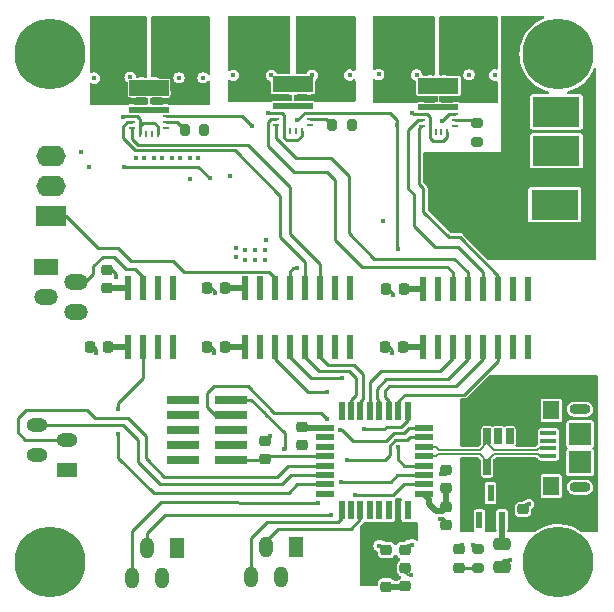
<source format=gbr>
%TF.GenerationSoftware,KiCad,Pcbnew,(6.0.7)*%
%TF.CreationDate,2022-10-31T13:10:49+02:00*%
%TF.ProjectId,DeltaX_SAGA,44656c74-6158-45f5-9341-47412e6b6963,rev?*%
%TF.SameCoordinates,Original*%
%TF.FileFunction,Copper,L1,Top*%
%TF.FilePolarity,Positive*%
%FSLAX46Y46*%
G04 Gerber Fmt 4.6, Leading zero omitted, Abs format (unit mm)*
G04 Created by KiCad (PCBNEW (6.0.7)) date 2022-10-31 13:10:49*
%MOMM*%
%LPD*%
G01*
G04 APERTURE LIST*
G04 Aperture macros list*
%AMRoundRect*
0 Rectangle with rounded corners*
0 $1 Rounding radius*
0 $2 $3 $4 $5 $6 $7 $8 $9 X,Y pos of 4 corners*
0 Add a 4 corners polygon primitive as box body*
4,1,4,$2,$3,$4,$5,$6,$7,$8,$9,$2,$3,0*
0 Add four circle primitives for the rounded corners*
1,1,$1+$1,$2,$3*
1,1,$1+$1,$4,$5*
1,1,$1+$1,$6,$7*
1,1,$1+$1,$8,$9*
0 Add four rect primitives between the rounded corners*
20,1,$1+$1,$2,$3,$4,$5,0*
20,1,$1+$1,$4,$5,$6,$7,0*
20,1,$1+$1,$6,$7,$8,$9,0*
20,1,$1+$1,$8,$9,$2,$3,0*%
G04 Aperture macros list end*
%TA.AperFunction,ComponentPad*%
%ADD10R,1.800000X1.200000*%
%TD*%
%TA.AperFunction,ComponentPad*%
%ADD11O,1.800000X1.200000*%
%TD*%
%TA.AperFunction,ComponentPad*%
%ADD12R,2.000000X1.358000*%
%TD*%
%TA.AperFunction,ComponentPad*%
%ADD13O,2.000000X1.358000*%
%TD*%
%TA.AperFunction,SMDPad,CuDef*%
%ADD14RoundRect,0.225000X-0.225000X-0.250000X0.225000X-0.250000X0.225000X0.250000X-0.225000X0.250000X0*%
%TD*%
%TA.AperFunction,SMDPad,CuDef*%
%ADD15RoundRect,0.225000X-0.250000X0.225000X-0.250000X-0.225000X0.250000X-0.225000X0.250000X0.225000X0*%
%TD*%
%TA.AperFunction,ComponentPad*%
%ADD16R,2.500000X1.750000*%
%TD*%
%TA.AperFunction,ComponentPad*%
%ADD17O,2.500000X1.750000*%
%TD*%
%TA.AperFunction,SMDPad,CuDef*%
%ADD18RoundRect,0.218750X-0.256250X0.218750X-0.256250X-0.218750X0.256250X-0.218750X0.256250X0.218750X0*%
%TD*%
%TA.AperFunction,SMDPad,CuDef*%
%ADD19R,2.790000X0.740000*%
%TD*%
%TA.AperFunction,SMDPad,CuDef*%
%ADD20R,4.000000X2.500000*%
%TD*%
%TA.AperFunction,SMDPad,CuDef*%
%ADD21RoundRect,0.038500X-0.741500X-0.236500X0.741500X-0.236500X0.741500X0.236500X-0.741500X0.236500X0*%
%TD*%
%TA.AperFunction,SMDPad,CuDef*%
%ADD22RoundRect,0.038500X0.236500X-0.741500X0.236500X0.741500X-0.236500X0.741500X-0.236500X-0.741500X0*%
%TD*%
%TA.AperFunction,SMDPad,CuDef*%
%ADD23RoundRect,0.038500X0.741500X0.236500X-0.741500X0.236500X-0.741500X-0.236500X0.741500X-0.236500X0*%
%TD*%
%TA.AperFunction,SMDPad,CuDef*%
%ADD24RoundRect,0.038500X-0.236500X0.741500X-0.236500X-0.741500X0.236500X-0.741500X0.236500X0.741500X0*%
%TD*%
%TA.AperFunction,SMDPad,CuDef*%
%ADD25RoundRect,0.218750X0.256250X-0.218750X0.256250X0.218750X-0.256250X0.218750X-0.256250X-0.218750X0*%
%TD*%
%TA.AperFunction,SMDPad,CuDef*%
%ADD26RoundRect,0.225000X0.250000X-0.225000X0.250000X0.225000X-0.250000X0.225000X-0.250000X-0.225000X0*%
%TD*%
%TA.AperFunction,SMDPad,CuDef*%
%ADD27RoundRect,0.200000X0.275000X-0.200000X0.275000X0.200000X-0.275000X0.200000X-0.275000X-0.200000X0*%
%TD*%
%TA.AperFunction,SMDPad,CuDef*%
%ADD28R,0.599999X0.249999*%
%TD*%
%TA.AperFunction,SMDPad,CuDef*%
%ADD29R,3.500001X0.499999*%
%TD*%
%TA.AperFunction,SMDPad,CuDef*%
%ADD30R,1.675000X0.499999*%
%TD*%
%TA.AperFunction,SMDPad,CuDef*%
%ADD31R,3.500001X1.400000*%
%TD*%
%TA.AperFunction,SMDPad,CuDef*%
%ADD32R,0.249999X0.599999*%
%TD*%
%TA.AperFunction,SMDPad,CuDef*%
%ADD33R,2.500000X4.000000*%
%TD*%
%TA.AperFunction,ComponentPad*%
%ADD34R,1.200000X1.800000*%
%TD*%
%TA.AperFunction,ComponentPad*%
%ADD35O,1.200000X1.800000*%
%TD*%
%TA.AperFunction,SMDPad,CuDef*%
%ADD36RoundRect,0.200000X0.200000X0.275000X-0.200000X0.275000X-0.200000X-0.275000X0.200000X-0.275000X0*%
%TD*%
%TA.AperFunction,SMDPad,CuDef*%
%ADD37RoundRect,0.042000X-0.258000X0.638000X-0.258000X-0.638000X0.258000X-0.638000X0.258000X0.638000X0*%
%TD*%
%TA.AperFunction,SMDPad,CuDef*%
%ADD38R,1.400000X1.600000*%
%TD*%
%TA.AperFunction,ComponentPad*%
%ADD39O,1.800000X0.900000*%
%TD*%
%TA.AperFunction,SMDPad,CuDef*%
%ADD40R,1.900000X1.900000*%
%TD*%
%TA.AperFunction,SMDPad,CuDef*%
%ADD41R,1.350000X0.400000*%
%TD*%
%TA.AperFunction,SMDPad,CuDef*%
%ADD42RoundRect,0.250000X-0.475000X0.250000X-0.475000X-0.250000X0.475000X-0.250000X0.475000X0.250000X0*%
%TD*%
%TA.AperFunction,SMDPad,CuDef*%
%ADD43RoundRect,0.041300X-0.253700X0.943700X-0.253700X-0.943700X0.253700X-0.943700X0.253700X0.943700X0*%
%TD*%
%TA.AperFunction,SMDPad,CuDef*%
%ADD44R,0.580000X1.420000*%
%TD*%
%TA.AperFunction,ViaPad*%
%ADD45C,6.000000*%
%TD*%
%TA.AperFunction,ViaPad*%
%ADD46C,0.450000*%
%TD*%
%TA.AperFunction,Conductor*%
%ADD47C,0.250000*%
%TD*%
%TA.AperFunction,Conductor*%
%ADD48C,0.254000*%
%TD*%
%TA.AperFunction,Conductor*%
%ADD49C,0.153162*%
%TD*%
%TA.AperFunction,Conductor*%
%ADD50C,0.200000*%
%TD*%
%TA.AperFunction,Conductor*%
%ADD51C,0.500000*%
%TD*%
G04 APERTURE END LIST*
D10*
%TO.P,J8,1,Pin_1*%
%TO.N,GND*%
X123443700Y-123206900D03*
D11*
%TO.P,J8,2,Pin_2*%
%TO.N,+3.3V*%
X120903700Y-121936900D03*
%TO.P,J8,3,Pin_3*%
%TO.N,/Motor1_ENCA*%
X123443700Y-120666900D03*
%TO.P,J8,4,Pin_4*%
%TO.N,/Motor1_ENCB*%
X120903700Y-119396900D03*
%TD*%
D12*
%TO.P,J6,1,Pin_1*%
%TO.N,GND2*%
X121650300Y-106001700D03*
D13*
%TO.P,J6,2,Pin_2*%
%TO.N,/Thrower_PWM_Isolated*%
X124190300Y-107271700D03*
%TO.P,J6,3,Pin_3*%
%TO.N,unconnected-(J6-Pad3)*%
X121650300Y-108541700D03*
%TO.P,J6,4,Pin_4*%
%TO.N,unconnected-(J6-Pad4)*%
X124190300Y-109811700D03*
%TD*%
D14*
%TO.P,C2,1*%
%TO.N,GND*%
X125383200Y-112757600D03*
%TO.P,C2,2*%
%TO.N,+3.3V*%
X126933200Y-112757600D03*
%TD*%
D15*
%TO.P,C1,1*%
%TO.N,+3.3V*%
X143354000Y-119577200D03*
%TO.P,C1,2*%
%TO.N,GND*%
X143354000Y-121127200D03*
%TD*%
D16*
%TO.P,J3,1,Pin_1*%
%TO.N,/Servo_PWM_Isolated*%
X122038800Y-101684200D03*
D17*
%TO.P,J3,2,Pin_2*%
%TO.N,+5VD*%
X122038800Y-99144200D03*
%TO.P,J3,3,Pin_3*%
%TO.N,GND2*%
X122038800Y-96604200D03*
%TD*%
D18*
%TO.P,FB1,1*%
%TO.N,/3.3VA*%
X150466000Y-131502700D03*
%TO.P,FB1,2*%
%TO.N,+3.3V*%
X150466000Y-133077700D03*
%TD*%
D15*
%TO.P,C8,1*%
%TO.N,/3.3VA*%
X150466000Y-128441800D03*
%TO.P,C8,2*%
%TO.N,GND*%
X150466000Y-129991800D03*
%TD*%
D19*
%TO.P,J2,1,Pin_1*%
%TO.N,+3.3V*%
X133267200Y-117253400D03*
%TO.P,J2,2,Pin_2*%
%TO.N,/SWDIO*%
X137337200Y-117253400D03*
%TO.P,J2,3,Pin_3*%
%TO.N,GND*%
X133267200Y-118523400D03*
%TO.P,J2,4,Pin_4*%
%TO.N,/SWCLK*%
X137337200Y-118523400D03*
%TO.P,J2,5,Pin_5*%
%TO.N,GND*%
X133267200Y-119793400D03*
%TO.P,J2,6,Pin_6*%
%TO.N,unconnected-(J2-Pad6)*%
X137337200Y-119793400D03*
%TO.P,J2,7,Pin_7*%
%TO.N,unconnected-(J2-Pad7)*%
X133267200Y-121063400D03*
%TO.P,J2,8,Pin_8*%
%TO.N,unconnected-(J2-Pad8)*%
X137337200Y-121063400D03*
%TO.P,J2,9,Pin_9*%
%TO.N,GND*%
X133267200Y-122333400D03*
%TO.P,J2,10,Pin_10*%
%TO.N,/NRST*%
X137337200Y-122333400D03*
%TD*%
D20*
%TO.P,J16,1,Pin_1*%
%TO.N,/V+*%
X164768800Y-104054200D03*
%TD*%
D21*
%TO.P,U3,1,VDD*%
%TO.N,+3.3V*%
X145295400Y-119635000D03*
%TO.P,U3,2,PF0-OSC_IN*%
%TO.N,unconnected-(U3-Pad2)*%
X145295400Y-120435000D03*
%TO.P,U3,3,PF1-OSC_OUT*%
%TO.N,unconnected-(U3-Pad3)*%
X145295400Y-121235000D03*
%TO.P,U3,4,PG10-NRST*%
%TO.N,/NRST*%
X145295400Y-122035000D03*
%TO.P,U3,5,PA0*%
%TO.N,/Motor1_ENCA*%
X145295400Y-122835000D03*
%TO.P,U3,6,PA1*%
%TO.N,/Motor1_ENCB*%
X145295400Y-123635000D03*
%TO.P,U3,7,PA2*%
%TO.N,/Thrower_PWM*%
X145295400Y-124435000D03*
%TO.P,U3,8,PA3*%
%TO.N,unconnected-(U3-Pad8)*%
X145295400Y-125235000D03*
D22*
%TO.P,U3,9,PA4*%
%TO.N,/Motor2_ENCB*%
X146675400Y-126615000D03*
%TO.P,U3,10,PA5*%
%TO.N,unconnected-(U3-Pad10)*%
X147475400Y-126615000D03*
%TO.P,U3,11,PA6*%
%TO.N,/Motor2_ENCA*%
X148275400Y-126615000D03*
%TO.P,U3,12,PA7*%
%TO.N,unconnected-(U3-Pad12)*%
X149075400Y-126615000D03*
%TO.P,U3,13,PB0*%
%TO.N,unconnected-(U3-Pad13)*%
X149875400Y-126615000D03*
%TO.P,U3,14,VSSA*%
%TO.N,GND*%
X150675400Y-126615000D03*
%TO.P,U3,15,VDDA*%
%TO.N,/3.3VA*%
X151475400Y-126615000D03*
%TO.P,U3,16,VSS*%
%TO.N,GND*%
X152275400Y-126615000D03*
D23*
%TO.P,U3,17,VDD*%
%TO.N,+3.3V*%
X153655400Y-125235000D03*
%TO.P,U3,18,PA8*%
%TO.N,/Motor3_ENCA*%
X153655400Y-124435000D03*
%TO.P,U3,19,PA9*%
%TO.N,/Motor3_ENCB*%
X153655400Y-123635000D03*
%TO.P,U3,20,PA10*%
%TO.N,/nSLEEP*%
X153655400Y-122835000D03*
%TO.P,U3,21,PA11*%
%TO.N,/USB_D-*%
X153655400Y-122035000D03*
%TO.P,U3,22,PA12*%
%TO.N,/USB_D+*%
X153655400Y-121235000D03*
%TO.P,U3,23,PA13*%
%TO.N,/SWDIO*%
X153655400Y-120435000D03*
%TO.P,U3,24,PA14*%
%TO.N,/SWCLK*%
X153655400Y-119635000D03*
D24*
%TO.P,U3,25,PA15*%
%TO.N,/Servo_PWM*%
X152275400Y-118255000D03*
%TO.P,U3,26,PB3*%
%TO.N,/Motor3_DIR*%
X151475400Y-118255000D03*
%TO.P,U3,27,PB4*%
%TO.N,/Motor3_PWM*%
X150675400Y-118255000D03*
%TO.P,U3,28,PB5*%
%TO.N,/Motor2_DIR*%
X149875400Y-118255000D03*
%TO.P,U3,29,PB6*%
%TO.N,/Motor2_PWM*%
X149075400Y-118255000D03*
%TO.P,U3,30,PB7*%
%TO.N,/Motor1_DIR*%
X148275400Y-118255000D03*
%TO.P,U3,31,PB8-BOOT0*%
%TO.N,/Motor1_PWM*%
X147475400Y-118255000D03*
%TO.P,U3,32,VSS*%
%TO.N,GND*%
X146675400Y-118255000D03*
%TD*%
D25*
%TO.P,D1,1,K*%
%TO.N,Net-(D1-Pad1)*%
X156583300Y-131506800D03*
%TO.P,D1,2,A*%
%TO.N,+3.3V*%
X156583300Y-129931800D03*
%TD*%
D20*
%TO.P,J17,1,Pin_1*%
%TO.N,GND2*%
X164743400Y-100752200D03*
%TD*%
D26*
%TO.P,C11,1*%
%TO.N,+3.3V*%
X152091600Y-133065200D03*
%TO.P,C11,2*%
%TO.N,GND*%
X152091600Y-131515200D03*
%TD*%
D27*
%TO.P,R4,1*%
%TO.N,Net-(D1-Pad1)*%
X158208800Y-131544200D03*
%TO.P,R4,2*%
%TO.N,GND*%
X158208800Y-129894200D03*
%TD*%
D28*
%TO.P,U9,1,nFAULT*%
%TO.N,unconnected-(U9-Pad1)*%
X143966600Y-93983000D03*
%TO.P,U9,2,IPROPI*%
%TO.N,Net-(R10-Pad2)*%
X143966600Y-93482998D03*
%TO.P,U9,3,nSLEEP*%
%TO.N,/nSLEEP_Isolated*%
X143966600Y-92982999D03*
D29*
%TO.P,U9,4,VM*%
%TO.N,/VM*%
X142566600Y-92407999D03*
D30*
%TO.P,U9,5,OUT2*%
%TO.N,/Motor2_OUT2*%
X143479100Y-91707998D03*
D31*
%TO.P,U9,6,GND*%
%TO.N,GND2*%
X142566600Y-90558000D03*
D30*
%TO.P,U9,7,OUT1*%
%TO.N,/Motor2_OUT1*%
X141654100Y-91707998D03*
D28*
%TO.P,U9,8,DRVOFF*%
%TO.N,GND2*%
X141166600Y-92982999D03*
%TO.P,U9,9,EN/IN1*%
%TO.N,/Motor2_PWM_Isolated*%
X141166600Y-93482998D03*
%TO.P,U9,10,PH/IN2*%
%TO.N,/Motor2_DIR_Isolated*%
X141166600Y-93983000D03*
D32*
%TO.P,U9,11,DIAG*%
%TO.N,GND2*%
X141816599Y-94508000D03*
%TO.P,U9,12,SR*%
%TO.N,unconnected-(U9-Pad12)*%
X142316600Y-94508000D03*
%TO.P,U9,13,ITRIP*%
%TO.N,unconnected-(U9-Pad13)*%
X142816600Y-94508000D03*
%TO.P,U9,14,MODE*%
%TO.N,GND2*%
X143316601Y-94508000D03*
%TD*%
D33*
%TO.P,J4,1,Pin_1*%
%TO.N,/Motor1_OUT1*%
X128253400Y-86883400D03*
%TD*%
D34*
%TO.P,J10,1,Pin_1*%
%TO.N,GND*%
X142830500Y-129746900D03*
D35*
%TO.P,J10,2,Pin_2*%
%TO.N,+3.3V*%
X141560500Y-132286900D03*
%TO.P,J10,3,Pin_3*%
%TO.N,/Motor2_ENCA*%
X140290500Y-129746900D03*
%TO.P,J10,4,Pin_4*%
%TO.N,/Motor2_ENCB*%
X139020500Y-132286900D03*
%TD*%
D20*
%TO.P,J7,1,Pin_1*%
%TO.N,GND2*%
X164867800Y-96171400D03*
%TD*%
D26*
%TO.P,C5,1*%
%TO.N,+5VD*%
X126844000Y-107817600D03*
%TO.P,C5,2*%
%TO.N,GND2*%
X126844000Y-106267600D03*
%TD*%
D36*
%TO.P,R11,1*%
%TO.N,GND2*%
X135035000Y-94418800D03*
%TO.P,R11,2*%
%TO.N,Net-(R11-Pad2)*%
X133385000Y-94418800D03*
%TD*%
D14*
%TO.P,C16,1*%
%TO.N,GND*%
X135289200Y-112783000D03*
%TO.P,C16,2*%
%TO.N,+3.3V*%
X136839200Y-112783000D03*
%TD*%
D33*
%TO.P,J12,1,Pin_1*%
%TO.N,/Motor2_OUT1*%
X139315400Y-86951200D03*
%TD*%
D28*
%TO.P,U10,1,nFAULT*%
%TO.N,unconnected-(U10-Pad1)*%
X131775200Y-94266201D03*
%TO.P,U10,2,IPROPI*%
%TO.N,Net-(R11-Pad2)*%
X131775200Y-93766199D03*
%TO.P,U10,3,nSLEEP*%
%TO.N,/nSLEEP_Isolated*%
X131775200Y-93266200D03*
D29*
%TO.P,U10,4,VM*%
%TO.N,/VM*%
X130375200Y-92691200D03*
D30*
%TO.P,U10,5,OUT2*%
%TO.N,/Motor1_OUT2*%
X131287700Y-91991199D03*
D31*
%TO.P,U10,6,GND*%
%TO.N,GND2*%
X130375200Y-90841201D03*
D30*
%TO.P,U10,7,OUT1*%
%TO.N,/Motor1_OUT1*%
X129462700Y-91991199D03*
D28*
%TO.P,U10,8,DRVOFF*%
%TO.N,GND2*%
X128975200Y-93266200D03*
%TO.P,U10,9,EN/IN1*%
%TO.N,/Motor1_PWM_Isolated*%
X128975200Y-93766199D03*
%TO.P,U10,10,PH/IN2*%
%TO.N,/Motor1_DIR_Isolated*%
X128975200Y-94266201D03*
D32*
%TO.P,U10,11,DIAG*%
%TO.N,GND2*%
X129625199Y-94791201D03*
%TO.P,U10,12,SR*%
%TO.N,unconnected-(U10-Pad12)*%
X130125200Y-94791201D03*
%TO.P,U10,13,ITRIP*%
%TO.N,unconnected-(U10-Pad13)*%
X130625200Y-94791201D03*
%TO.P,U10,14,MODE*%
%TO.N,GND2*%
X131125201Y-94791201D03*
%TD*%
D33*
%TO.P,J13,1,Pin_1*%
%TO.N,/Motor2_OUT2*%
X144864200Y-86965000D03*
%TD*%
D26*
%TO.P,C6,1*%
%TO.N,+3.3V*%
X155520600Y-124759400D03*
%TO.P,C6,2*%
%TO.N,GND*%
X155520600Y-123209400D03*
%TD*%
D36*
%TO.P,R10,1*%
%TO.N,GND2*%
X147557200Y-94012400D03*
%TO.P,R10,2*%
%TO.N,Net-(R10-Pad2)*%
X145907200Y-94012400D03*
%TD*%
D37*
%TO.P,U1,1,NC*%
%TO.N,unconnected-(U1-Pad1)*%
X160915600Y-120371000D03*
%TO.P,U1,2,Vn*%
%TO.N,GND*%
X159965600Y-120371000D03*
%TO.P,U1,3,CH1*%
%TO.N,/USB_D+*%
X159015600Y-120371000D03*
%TO.P,U1,4,CH2*%
%TO.N,/USB_D-*%
X159015600Y-122971000D03*
%TO.P,U1,5,Vp*%
%TO.N,+5V*%
X160915600Y-122971000D03*
%TD*%
D26*
%TO.P,C3,1*%
%TO.N,/NRST*%
X140229800Y-122295600D03*
%TO.P,C3,2*%
%TO.N,GND*%
X140229800Y-120745600D03*
%TD*%
D38*
%TO.P,J1,*%
%TO.N,*%
X164424400Y-124568200D03*
D39*
X166874400Y-118068200D03*
X166874400Y-124668200D03*
D40*
X166874400Y-120168200D03*
X166874400Y-122568200D03*
D38*
X164424400Y-118168200D03*
D41*
%TO.P,J1,1,VBUS*%
%TO.N,+5V*%
X164199400Y-122668200D03*
%TO.P,J1,2,D-*%
%TO.N,/USB_D-*%
X164199400Y-122018200D03*
%TO.P,J1,3,D+*%
%TO.N,/USB_D+*%
X164199400Y-121368200D03*
%TO.P,J1,4,ID*%
%TO.N,unconnected-(J1-Pad4)*%
X164199400Y-120718200D03*
%TO.P,J1,5,GND*%
%TO.N,GND*%
X164199400Y-120068200D03*
%TD*%
D20*
%TO.P,J5,1,Pin_1*%
%TO.N,N/C*%
X164867800Y-92894800D03*
%TD*%
D15*
%TO.P,C7,1*%
%TO.N,+5V*%
X162018800Y-124994200D03*
%TO.P,C7,2*%
%TO.N,GND*%
X162018800Y-126544200D03*
%TD*%
D34*
%TO.P,J9,1,Pin_1*%
%TO.N,GND*%
X132736800Y-129775600D03*
D35*
%TO.P,J9,2,Pin_2*%
%TO.N,+3.3V*%
X131466800Y-132315600D03*
%TO.P,J9,3,Pin_3*%
%TO.N,/Motor3_ENCA*%
X130196800Y-129775600D03*
%TO.P,J9,4,Pin_4*%
%TO.N,/Motor3_ENCB*%
X128926800Y-132315600D03*
%TD*%
D14*
%TO.P,C19,1*%
%TO.N,GND2*%
X135289200Y-107830000D03*
%TO.P,C19,2*%
%TO.N,+5VD*%
X136839200Y-107830000D03*
%TD*%
D42*
%TO.P,C10,1*%
%TO.N,+3.3V*%
X160257600Y-129488600D03*
%TO.P,C10,2*%
%TO.N,GND*%
X160257600Y-131388600D03*
%TD*%
D33*
%TO.P,J11,1,Pin_1*%
%TO.N,/Motor1_OUT2*%
X133284200Y-86905000D03*
%TD*%
D15*
%TO.P,C4,1*%
%TO.N,+3.3V*%
X155495200Y-126333600D03*
%TO.P,C4,2*%
%TO.N,GND*%
X155495200Y-127883600D03*
%TD*%
D14*
%TO.P,C18,1*%
%TO.N,GND2*%
X150402200Y-107880800D03*
%TO.P,C18,2*%
%TO.N,+5VD*%
X151952200Y-107880800D03*
%TD*%
D27*
%TO.P,R12,1*%
%TO.N,GND2*%
X158187600Y-95447000D03*
%TO.P,R12,2*%
%TO.N,Net-(R12-Pad2)*%
X158187600Y-93797000D03*
%TD*%
D33*
%TO.P,J15,1,Pin_1*%
%TO.N,/Motor3_OUT2*%
X157118800Y-86951200D03*
%TD*%
%TO.P,J14,1,Pin_1*%
%TO.N,/Motor3_OUT1*%
X151978800Y-86951200D03*
%TD*%
D14*
%TO.P,C15,1*%
%TO.N,GND*%
X150351400Y-112833800D03*
%TO.P,C15,2*%
%TO.N,+3.3V*%
X151901400Y-112833800D03*
%TD*%
D15*
%TO.P,C9,1*%
%TO.N,/3.3VA*%
X152015400Y-128441800D03*
%TO.P,C9,2*%
%TO.N,GND*%
X152015400Y-129991800D03*
%TD*%
D28*
%TO.P,U11,1,nFAULT*%
%TO.N,unconnected-(U11-Pad1)*%
X156286200Y-94088401D03*
%TO.P,U11,2,IPROPI*%
%TO.N,Net-(R12-Pad2)*%
X156286200Y-93588399D03*
%TO.P,U11,3,nSLEEP*%
%TO.N,/nSLEEP_Isolated*%
X156286200Y-93088400D03*
D29*
%TO.P,U11,4,VM*%
%TO.N,/VM*%
X154886200Y-92513400D03*
D30*
%TO.P,U11,5,OUT2*%
%TO.N,/Motor3_OUT2*%
X155798700Y-91813399D03*
D31*
%TO.P,U11,6,GND*%
%TO.N,GND2*%
X154886200Y-90663401D03*
D30*
%TO.P,U11,7,OUT1*%
%TO.N,/Motor3_OUT1*%
X153973700Y-91813399D03*
D28*
%TO.P,U11,8,DRVOFF*%
%TO.N,GND2*%
X153486200Y-93088400D03*
%TO.P,U11,9,EN/IN1*%
%TO.N,/Motor3_PWM_Isolated*%
X153486200Y-93588399D03*
%TO.P,U11,10,PH/IN2*%
%TO.N,/Motor3_DIR_Isolated*%
X153486200Y-94088401D03*
D32*
%TO.P,U11,11,DIAG*%
%TO.N,GND2*%
X154136199Y-94613401D03*
%TO.P,U11,12,SR*%
%TO.N,unconnected-(U11-Pad12)*%
X154636200Y-94613401D03*
%TO.P,U11,13,ITRIP*%
%TO.N,unconnected-(U11-Pad13)*%
X155136200Y-94613401D03*
%TO.P,U11,14,MODE*%
%TO.N,GND2*%
X155636201Y-94613401D03*
%TD*%
D43*
%TO.P,U7,1,VDDA*%
%TO.N,+3.3V*%
X138477200Y-112794200D03*
%TO.P,U7,2,GNDA*%
%TO.N,unconnected-(U7-Pad2)*%
X139747200Y-112794200D03*
%TO.P,U7,3,INA1*%
%TO.N,/Servo_PWM*%
X141017200Y-112794200D03*
%TO.P,U7,4,INA2*%
%TO.N,/nSLEEP*%
X142287200Y-112794200D03*
%TO.P,U7,5,INA3*%
%TO.N,/Motor1_PWM*%
X143557200Y-112794200D03*
%TO.P,U7,6,INA4*%
%TO.N,/Motor1_DIR*%
X144827200Y-112794200D03*
%TO.P,U7,7,ENA*%
%TO.N,unconnected-(U7-Pad7)*%
X146097200Y-112794200D03*
%TO.P,U7,8,GNDA*%
%TO.N,GND*%
X147367200Y-112794200D03*
%TO.P,U7,9,GNDB*%
%TO.N,GND2*%
X147367200Y-107844200D03*
%TO.P,U7,10,ENB*%
%TO.N,unconnected-(U7-Pad10)*%
X146097200Y-107844200D03*
%TO.P,U7,11,INB4*%
%TO.N,/Motor1_DIR_Isolated*%
X144827200Y-107844200D03*
%TO.P,U7,12,INB3*%
%TO.N,/Motor1_PWM_Isolated*%
X143557200Y-107844200D03*
%TO.P,U7,13,INB2*%
%TO.N,/nSLEEP_Isolated*%
X142287200Y-107844200D03*
%TO.P,U7,14,INB1*%
%TO.N,/Servo_PWM_Isolated*%
X141017200Y-107844200D03*
%TO.P,U7,15,GNDB*%
%TO.N,unconnected-(U7-Pad15)*%
X139747200Y-107844200D03*
%TO.P,U7,16,VDDB*%
%TO.N,+5VD*%
X138477200Y-107844200D03*
%TD*%
%TO.P,U6,1,VDDA*%
%TO.N,+3.3V*%
X153590200Y-112821800D03*
%TO.P,U6,2,GNDA*%
%TO.N,unconnected-(U6-Pad2)*%
X154860200Y-112821800D03*
%TO.P,U6,3,INA1*%
%TO.N,/Motor2_PWM*%
X156130200Y-112821800D03*
%TO.P,U6,4,INA2*%
%TO.N,/Motor2_DIR*%
X157400200Y-112821800D03*
%TO.P,U6,5,INA3*%
%TO.N,/Motor3_PWM*%
X158670200Y-112821800D03*
%TO.P,U6,6,INA4*%
%TO.N,/Motor3_DIR*%
X159940200Y-112821800D03*
%TO.P,U6,7,ENA*%
%TO.N,unconnected-(U6-Pad7)*%
X161210200Y-112821800D03*
%TO.P,U6,8,GNDA*%
%TO.N,GND*%
X162480200Y-112821800D03*
%TO.P,U6,9,GNDB*%
%TO.N,GND2*%
X162480200Y-107871800D03*
%TO.P,U6,10,ENB*%
%TO.N,unconnected-(U6-Pad10)*%
X161210200Y-107871800D03*
%TO.P,U6,11,INB4*%
%TO.N,/Motor3_DIR_Isolated*%
X159940200Y-107871800D03*
%TO.P,U6,12,INB3*%
%TO.N,/Motor3_PWM_Isolated*%
X158670200Y-107871800D03*
%TO.P,U6,13,INB2*%
%TO.N,/Motor2_DIR_Isolated*%
X157400200Y-107871800D03*
%TO.P,U6,14,INB1*%
%TO.N,/Motor2_PWM_Isolated*%
X156130200Y-107871800D03*
%TO.P,U6,15,GNDB*%
%TO.N,unconnected-(U6-Pad15)*%
X154860200Y-107871800D03*
%TO.P,U6,16,VDDB*%
%TO.N,+5VD*%
X153590200Y-107871800D03*
%TD*%
D44*
%TO.P,U2,1,IN*%
%TO.N,+5V*%
X160250900Y-125169500D03*
%TO.P,U2,2,GND*%
%TO.N,GND*%
X159300900Y-125169500D03*
%TO.P,U2,3,EN*%
%TO.N,+5V*%
X158350900Y-125169500D03*
%TO.P,U2,4,NC/ADJ*%
%TO.N,unconnected-(U2-Pad4)*%
X158350900Y-127459500D03*
%TO.P,U2,5,OUT*%
%TO.N,+3.3V*%
X160250900Y-127459500D03*
%TD*%
D43*
%TO.P,U8,1,VDDA*%
%TO.N,+3.3V*%
X128596600Y-112771000D03*
%TO.P,U8,2,IN1*%
%TO.N,/Thrower_PWM*%
X129866600Y-112771000D03*
%TO.P,U8,3,IN2*%
%TO.N,unconnected-(U8-Pad3)*%
X131136600Y-112771000D03*
%TO.P,U8,4,GNDA*%
%TO.N,GND*%
X132406600Y-112771000D03*
%TO.P,U8,5,GNDB*%
%TO.N,GND2*%
X132406600Y-107821000D03*
%TO.P,U8,6,OUT2*%
%TO.N,unconnected-(U8-Pad6)*%
X131136600Y-107821000D03*
%TO.P,U8,7,OUT1*%
%TO.N,/Thrower_PWM_Isolated*%
X129866600Y-107821000D03*
%TO.P,U8,8,VDDB*%
%TO.N,+5VD*%
X128596600Y-107821000D03*
%TD*%
D45*
%TO.N,*%
X165000000Y-88000000D03*
X122000000Y-131000000D03*
X165000000Y-131000000D03*
X122000000Y-88000000D03*
D46*
%TO.N,/SWDIO*%
X141830000Y-121419000D03*
X147113200Y-122333400D03*
%TO.N,/V+*%
X155805200Y-100633400D03*
X159234200Y-99211000D03*
X157380000Y-101954200D03*
X155779800Y-101954200D03*
X155805200Y-99211000D03*
X159234200Y-100633400D03*
X159208800Y-101954200D03*
X157405400Y-99211000D03*
X157405400Y-100633400D03*
X159234200Y-97915600D03*
X155805200Y-97915600D03*
X157405400Y-97915600D03*
%TO.N,GND2*%
X129053800Y-91218400D03*
X132298200Y-96834200D03*
X150999400Y-108414200D03*
X166496000Y-99736200D03*
X140737800Y-89796000D03*
X138528000Y-104604200D03*
X163115200Y-95155400D03*
X140229800Y-104604200D03*
X147367200Y-107118800D03*
X131746200Y-91243800D03*
X132914600Y-89999200D03*
X153031400Y-89745200D03*
X156181000Y-91091400D03*
X159635400Y-89770600D03*
X135226000Y-94164800D03*
X152658800Y-92944200D03*
X165683200Y-100752200D03*
X129986800Y-96834200D03*
X166620400Y-97162000D03*
X133838800Y-98604200D03*
X143912800Y-90964400D03*
X130882600Y-90405600D03*
X138528000Y-105442400D03*
X137715200Y-105213800D03*
X155317400Y-90253200D03*
X129250200Y-96834200D03*
X162480200Y-107144200D03*
X139391600Y-105442400D03*
X137228800Y-98304200D03*
X162990800Y-99736200D03*
X143049200Y-90126200D03*
X125751800Y-90024600D03*
X133822200Y-96834200D03*
X157476400Y-89745200D03*
X134946600Y-89999200D03*
X144192200Y-89796000D03*
X162990800Y-101742800D03*
X131510800Y-96834200D03*
X142515800Y-90939000D03*
X130349200Y-91218400D03*
X166496000Y-101742800D03*
X137512000Y-89796000D03*
X135937200Y-108261800D03*
X132406600Y-107093400D03*
X140418800Y-92974200D03*
X125269200Y-97543000D03*
X147367200Y-89770600D03*
X147748200Y-94291800D03*
X164867800Y-95155400D03*
X137715200Y-104375600D03*
X166620400Y-95155400D03*
X163115200Y-97162000D03*
X157908200Y-95638000D03*
X164743400Y-101742800D03*
X130774200Y-96834200D03*
X150148800Y-102154200D03*
X164867800Y-97162000D03*
X140229800Y-105442400D03*
X139391600Y-104604200D03*
X154784000Y-91066000D03*
X124659600Y-96247600D03*
X163928000Y-96171400D03*
X153488600Y-91066000D03*
X163803600Y-100752200D03*
X133034800Y-96834200D03*
X128204024Y-93324846D03*
X165807600Y-96171400D03*
X154174400Y-90253200D03*
X134558800Y-96834200D03*
X141906200Y-90126200D03*
X149831000Y-89719800D03*
X128774400Y-89948400D03*
X127606000Y-106864800D03*
X141220400Y-90939000D03*
X129739600Y-90405600D03*
X164743400Y-99736200D03*
X140280600Y-103715200D03*
%TO.N,/Thrower_PWM*%
X127788800Y-120149000D03*
X127783800Y-118040800D03*
%TO.N,/Servo_PWM*%
X145436800Y-116643800D03*
X148611800Y-119768000D03*
%TO.N,/Motor3_ENCB*%
X144725600Y-125991000D03*
X146630600Y-124187600D03*
%TO.N,/Motor3_ENCA*%
X145767000Y-127007000D03*
X147824400Y-125330600D03*
%TO.N,/nSLEEP*%
X151431200Y-121257300D03*
X146757600Y-115424600D03*
%TO.N,/nSLEEP_Isolated*%
X139086800Y-94114000D03*
X155178800Y-93694200D03*
X151398800Y-93974200D03*
X142947600Y-93580600D03*
X142868800Y-106084200D03*
X151488800Y-104514200D03*
%TO.N,/SWCLK*%
X146529000Y-119818800D03*
X145411400Y-118853600D03*
%TO.N,GND*%
X132152600Y-119768000D03*
X134387800Y-122308000D03*
X132152600Y-118523400D03*
X155012600Y-127351703D03*
X150974000Y-113341800D03*
X146681400Y-117888400D03*
X143100000Y-121368200D03*
X152675800Y-129536103D03*
X149856400Y-129612303D03*
X147367200Y-113519600D03*
X160968800Y-130794200D03*
X159301000Y-125616800D03*
X132406600Y-113519600D03*
X163724800Y-120047400D03*
X135911800Y-113291000D03*
X150669200Y-127159400D03*
X140585400Y-120326800D03*
X159965600Y-119945800D03*
X152528800Y-132114200D03*
X157791503Y-129525400D03*
X162480200Y-113570400D03*
X155088800Y-123588897D03*
X125929600Y-113291000D03*
X152269400Y-127159400D03*
X162577600Y-126099400D03*
%TO.N,+5VD*%
X152802800Y-107880800D03*
X137689800Y-107830000D03*
X127770800Y-107817600D03*
X128266400Y-97543000D03*
X135508800Y-98494200D03*
%TO.N,/VM*%
X141158800Y-92394200D03*
X153418800Y-92504200D03*
X154809400Y-92479999D03*
X144038800Y-92394200D03*
X142558800Y-92384200D03*
X130298400Y-92712799D03*
X128888800Y-92674200D03*
X156338800Y-92494200D03*
X131788800Y-92704200D03*
%TO.N,+3.3V*%
X154384300Y-126378700D03*
X144172800Y-119635000D03*
X152752000Y-112833800D03*
X132178000Y-117253400D03*
X137740600Y-112783000D03*
X127834600Y-112757600D03*
X151278700Y-133077700D03*
X155520600Y-125635400D03*
X160250900Y-128602100D03*
X156908800Y-129604200D03*
%TD*%
D47*
%TO.N,/NRST*%
X145295400Y-122035000D02*
X140490400Y-122035000D01*
X140192000Y-122333400D02*
X140229800Y-122295600D01*
X140490400Y-122035000D02*
X140229800Y-122295600D01*
X137337200Y-122333400D02*
X140192000Y-122333400D01*
%TO.N,/SWDIO*%
X151202600Y-120707800D02*
X152218600Y-120707800D01*
X152218600Y-120707800D02*
X152491400Y-120435000D01*
X152491400Y-120435000D02*
X153655400Y-120435000D01*
X150745400Y-121165000D02*
X151202600Y-120707800D01*
X140204400Y-118447200D02*
X141855400Y-120098200D01*
X137337200Y-117253400D02*
X139010600Y-117253400D01*
X139010600Y-117253400D02*
X140179000Y-118421800D01*
X147113200Y-122333400D02*
X150339000Y-122333400D01*
X150745400Y-121927000D02*
X150745400Y-121165000D01*
X150339000Y-122333400D02*
X150745400Y-121927000D01*
X141855400Y-120098200D02*
X141855400Y-121419000D01*
X140179000Y-118421800D02*
X140204400Y-118447200D01*
X141855400Y-121419000D02*
X141830000Y-121419000D01*
%TO.N,GND2*%
X130806400Y-93809200D02*
X131125201Y-94128001D01*
X153486200Y-93088400D02*
X152908900Y-93088400D01*
X127262800Y-106267600D02*
X127453600Y-106458400D01*
X135810200Y-107957000D02*
X135937200Y-108084000D01*
X131125201Y-94128001D02*
X131125201Y-94791201D01*
X127453600Y-106458400D02*
X127606000Y-106610800D01*
D48*
X135035000Y-94418800D02*
X135035000Y-94355800D01*
X154136199Y-95091799D02*
X154403000Y-95358600D01*
X155292000Y-95358600D02*
X155636201Y-95014399D01*
X154136199Y-93313799D02*
X154136199Y-94613401D01*
D47*
X150999400Y-108287200D02*
X150999400Y-108414200D01*
X127606000Y-106610800D02*
X127606000Y-106864800D01*
X126844000Y-106267600D02*
X127262800Y-106267600D01*
X135683200Y-107830000D02*
X135810200Y-107957000D01*
D48*
X155636201Y-95014399D02*
X155636201Y-94613401D01*
X141816599Y-94508000D02*
X141816599Y-95061999D01*
X141816599Y-93160799D02*
X141816599Y-94508000D01*
D47*
X129625199Y-94791201D02*
X129625199Y-94050601D01*
D48*
X153910800Y-93088400D02*
X154136199Y-93313799D01*
X141816599Y-95061999D02*
X142062400Y-95307800D01*
X142062400Y-95307800D02*
X142947600Y-95307800D01*
X129625199Y-93516999D02*
X129374400Y-93266200D01*
X154136199Y-94613401D02*
X154136199Y-95091799D01*
X141166600Y-92982999D02*
X140614139Y-92982999D01*
X141638799Y-92982999D02*
X141816599Y-93160799D01*
D47*
X140395601Y-92982999D02*
X140410001Y-92982999D01*
X152803000Y-93088400D02*
X152658800Y-92944200D01*
X150593000Y-107880800D02*
X150770800Y-108058600D01*
D48*
X128262670Y-93266200D02*
X128204024Y-93324846D01*
D47*
X152908900Y-93088400D02*
X152803000Y-93088400D01*
D48*
X153486200Y-93088400D02*
X153910800Y-93088400D01*
X142947600Y-95307800D02*
X143316601Y-94938799D01*
D47*
X135289200Y-107830000D02*
X135683200Y-107830000D01*
X140614139Y-92982999D02*
X140395601Y-92982999D01*
D48*
X135035000Y-94355800D02*
X135226000Y-94164800D01*
D47*
X129866600Y-93809200D02*
X130806400Y-93809200D01*
D48*
X154403000Y-95358600D02*
X155292000Y-95358600D01*
X143316601Y-94938799D02*
X143316601Y-94508000D01*
X129374400Y-93266200D02*
X128975200Y-93266200D01*
D47*
X140410001Y-92982999D02*
X140418800Y-92974200D01*
X150770800Y-108058600D02*
X150999400Y-108287200D01*
D48*
X128975200Y-93266200D02*
X128262670Y-93266200D01*
X141166600Y-92982999D02*
X141638799Y-92982999D01*
D47*
X129625199Y-94050601D02*
X129866600Y-93809200D01*
X150402200Y-107880800D02*
X150593000Y-107880800D01*
X135937200Y-108084000D02*
X135937200Y-108261800D01*
D48*
X129625199Y-94791201D02*
X129625199Y-93516999D01*
D47*
%TO.N,Net-(D1-Pad1)*%
X158208800Y-131544200D02*
X156620700Y-131544200D01*
X156620700Y-131544200D02*
X156583300Y-131506800D01*
D49*
%TO.N,/USB_D-*%
X164199400Y-122018200D02*
X163445400Y-122018200D01*
X159015600Y-122497800D02*
X159015600Y-122971000D01*
X154716400Y-122035000D02*
X154880400Y-121871000D01*
X158388800Y-121871000D02*
X159015600Y-122497800D01*
X153655400Y-122035000D02*
X154716400Y-122035000D01*
X163445400Y-122018200D02*
X163298200Y-121871000D01*
X159015600Y-122445200D02*
X159589800Y-121871000D01*
X154880400Y-121871000D02*
X158388800Y-121871000D01*
X159589800Y-121871000D02*
X163298200Y-121871000D01*
%TO.N,/USB_D+*%
X159578800Y-121517838D02*
X159015600Y-120954638D01*
X163397000Y-121368200D02*
X164199400Y-121368200D01*
X159742438Y-121517838D02*
X159578800Y-121517838D01*
X163247362Y-121517838D02*
X163397000Y-121368200D01*
X159658038Y-121517838D02*
X159742438Y-121517838D01*
X159015600Y-120954638D02*
X159015600Y-120371000D01*
X154933638Y-121517838D02*
X158368162Y-121517838D01*
X153655400Y-121235000D02*
X154650800Y-121235000D01*
X159742438Y-121517838D02*
X163247362Y-121517838D01*
X159015600Y-120870400D02*
X159015600Y-120371000D01*
X158368162Y-121517838D02*
X159015600Y-120870400D01*
X154650800Y-121235000D02*
X154933638Y-121517838D01*
D47*
%TO.N,/Thrower_PWM*%
X142198800Y-125154200D02*
X130778800Y-125154200D01*
X145295400Y-124435000D02*
X142918000Y-124435000D01*
X127783800Y-118040800D02*
X127783800Y-117499200D01*
X127783800Y-117499200D02*
X129866600Y-115416400D01*
X127788800Y-122164200D02*
X127788800Y-120149000D01*
X129866600Y-115416400D02*
X129866600Y-112771000D01*
X142918000Y-124435000D02*
X142198800Y-125154200D01*
X130778800Y-125154200D02*
X127788800Y-122164200D01*
%TO.N,/Motor2_ENCA*%
X147478800Y-128184200D02*
X148275400Y-127387600D01*
X140290500Y-129232500D02*
X141338800Y-128184200D01*
X140290500Y-129746900D02*
X140290500Y-129232500D01*
X141338800Y-128184200D02*
X147478800Y-128184200D01*
X148275400Y-127387600D02*
X148275400Y-126615000D01*
%TO.N,/Motor2_ENCB*%
X139020500Y-128952500D02*
X140398800Y-127574200D01*
X140398800Y-127574200D02*
X146358800Y-127574200D01*
X146675400Y-127257600D02*
X146675400Y-126615000D01*
X146358800Y-127574200D02*
X146675400Y-127257600D01*
X139020500Y-132286900D02*
X139020500Y-128952500D01*
%TO.N,/Servo_PWM*%
X145436800Y-116643800D02*
X143862000Y-116643800D01*
X141017200Y-113799000D02*
X141017200Y-112794200D01*
X143862000Y-116643800D02*
X141017200Y-113799000D01*
X141017200Y-112794200D02*
X141017200Y-113632600D01*
X152275400Y-118974600D02*
X151685200Y-119564800D01*
X150284200Y-119768000D02*
X148611800Y-119768000D01*
X150487400Y-119564800D02*
X150284200Y-119768000D01*
X152275400Y-118255000D02*
X152275400Y-118974600D01*
X151685200Y-119564800D02*
X150487400Y-119564800D01*
X141017200Y-113632600D02*
X141018800Y-113634200D01*
%TO.N,/Motor3_ENCB*%
X146630600Y-124187600D02*
X150847000Y-124187600D01*
X131370900Y-125934500D02*
X128926800Y-128378600D01*
X150847000Y-124187600D02*
X151399600Y-123635000D01*
X151399600Y-123635000D02*
X153655400Y-123635000D01*
X128926800Y-128378600D02*
X128926800Y-132315600D01*
X144725600Y-125991000D02*
X131370900Y-125934500D01*
%TO.N,/Motor3_ENCA*%
X130862400Y-127870600D02*
X130857200Y-127870600D01*
X131726000Y-127007000D02*
X130862400Y-127870600D01*
X147824400Y-125330600D02*
X151075600Y-125330600D01*
X145767000Y-127007000D02*
X131726000Y-127007000D01*
X130196800Y-128531000D02*
X130196800Y-129775600D01*
X151075600Y-125330600D02*
X151971200Y-124435000D01*
X151971200Y-124435000D02*
X153655400Y-124435000D01*
X130857200Y-127870600D02*
X130196800Y-128531000D01*
%TO.N,/Motor1_ENCA*%
X119894300Y-120666900D02*
X123443700Y-120666900D01*
X124253200Y-118142400D02*
X124950600Y-118142400D01*
X119249400Y-118828200D02*
X119249400Y-120022000D01*
X123000600Y-118142400D02*
X119935200Y-118142400D01*
X125778800Y-118794200D02*
X128578800Y-118794200D01*
X142118000Y-122835000D02*
X145295400Y-122835000D01*
X130258800Y-122374200D02*
X131648800Y-123764200D01*
X130118800Y-122234200D02*
X131648800Y-123764200D01*
X130118800Y-120334200D02*
X130118800Y-122234200D01*
X124253200Y-118142400D02*
X123000600Y-118142400D01*
X125127000Y-118142400D02*
X125778800Y-118794200D01*
X119249400Y-120022000D02*
X119894300Y-120666900D01*
X124950600Y-118142400D02*
X125066000Y-118142400D01*
X123000600Y-118142400D02*
X125127000Y-118142400D01*
X141188800Y-123764200D02*
X142118000Y-122835000D01*
X128578800Y-118794200D02*
X130118800Y-120334200D01*
X131648800Y-123764200D02*
X141188800Y-123764200D01*
X119935200Y-118142400D02*
X119249400Y-118828200D01*
%TO.N,/Motor1_ENCB*%
X131328800Y-124424200D02*
X129458800Y-122554200D01*
X145295400Y-123635000D02*
X142388000Y-123635000D01*
X128151500Y-119396900D02*
X120903700Y-119396900D01*
X142388000Y-123635000D02*
X141598800Y-124424200D01*
X129458800Y-122554200D02*
X129458800Y-120704200D01*
X129458800Y-120704200D02*
X128151500Y-119396900D01*
X141598800Y-124424200D02*
X131328800Y-124424200D01*
%TO.N,/nSLEEP*%
X151983600Y-122835000D02*
X151431200Y-122282600D01*
X153655400Y-122835000D02*
X151983600Y-122835000D01*
X144090600Y-115424600D02*
X142287200Y-113621200D01*
X142287200Y-113621200D02*
X142287200Y-112794200D01*
X151431200Y-122282600D02*
X151431200Y-121257300D01*
X146757600Y-115424600D02*
X144090600Y-115424600D01*
%TO.N,/Motor3_DIR*%
X157070000Y-116821600D02*
X159940200Y-113951400D01*
X159940200Y-113951400D02*
X159940200Y-112821800D01*
X151475400Y-118255000D02*
X151475400Y-117361600D01*
X152015400Y-116821600D02*
X157070000Y-116821600D01*
X151475400Y-117361600D02*
X152015400Y-116821600D01*
%TO.N,/Motor3_PWM*%
X158670200Y-113799000D02*
X158670200Y-112821800D01*
X150339000Y-117024800D02*
X150339000Y-116491400D01*
X150675400Y-117361200D02*
X150339000Y-117024800D01*
X150339000Y-116491400D02*
X150694600Y-116135800D01*
X150694600Y-116135800D02*
X156333400Y-116135800D01*
X156333400Y-116135800D02*
X158670200Y-113799000D01*
X150675400Y-118255000D02*
X150675400Y-117361200D01*
%TO.N,/Motor2_DIR*%
X149875400Y-117399400D02*
X149653200Y-117177200D01*
X155698400Y-115500800D02*
X157400200Y-113799000D01*
X149875400Y-118255000D02*
X149875400Y-117399400D01*
X149653200Y-117177200D02*
X149653200Y-116313600D01*
X157400200Y-113799000D02*
X157400200Y-112821800D01*
X149653200Y-116313600D02*
X150466000Y-115500800D01*
X150466000Y-115500800D02*
X155698400Y-115500800D01*
%TO.N,/Motor2_PWM*%
X149075400Y-115799200D02*
X150059600Y-114815000D01*
X150059600Y-114815000D02*
X155012600Y-114815000D01*
X149075400Y-118255000D02*
X149075400Y-115799200D01*
X155012600Y-114815000D02*
X156130200Y-113697400D01*
X156130200Y-113697400D02*
X156130200Y-112821800D01*
%TO.N,/Motor1_DIR*%
X148510200Y-115069000D02*
X148510200Y-117202600D01*
X148275400Y-117437400D02*
X148275400Y-118255000D01*
X147748200Y-114307000D02*
X148510200Y-115069000D01*
X144827200Y-112794200D02*
X144827200Y-113621200D01*
X145513000Y-114307000D02*
X147748200Y-114307000D01*
X148510200Y-117202600D02*
X148275400Y-117437400D01*
X144827200Y-113621200D02*
X145513000Y-114307000D01*
%TO.N,/Motor1_PWM*%
X144738300Y-114853100D02*
X147329100Y-114853100D01*
X147475400Y-118255000D02*
X147475400Y-117272200D01*
X144738300Y-114853100D02*
X143557200Y-113672000D01*
X147926000Y-116821600D02*
X147926000Y-115450000D01*
X143557200Y-113672000D02*
X143557200Y-112794200D01*
X147475400Y-117272200D02*
X147926000Y-116821600D01*
X147329100Y-114853100D02*
X147926000Y-115450000D01*
%TO.N,/Thrower_PWM_Isolated*%
X125658800Y-105974200D02*
X126458800Y-105174200D01*
X124190300Y-107271700D02*
X124971300Y-107271700D01*
X125658800Y-106584200D02*
X125658800Y-105974200D01*
X124971300Y-107271700D02*
X125658800Y-106584200D01*
X127418800Y-105174200D02*
X128438800Y-106194200D01*
X128438800Y-106194200D02*
X129228800Y-106194200D01*
X126458800Y-105174200D02*
X127418800Y-105174200D01*
X129866600Y-106832000D02*
X129866600Y-107821000D01*
X129228800Y-106194200D02*
X129866600Y-106832000D01*
%TO.N,/nSLEEP_Isolated*%
X142287200Y-106425800D02*
X142588800Y-106124200D01*
X142628800Y-106084200D02*
X142868800Y-106084200D01*
X155784600Y-93088400D02*
X155178800Y-93694200D01*
X151398800Y-93584200D02*
X151398800Y-93974200D01*
X131775200Y-93266200D02*
X134753000Y-93266200D01*
X156286200Y-93088400D02*
X155784600Y-93088400D01*
X151398800Y-104424200D02*
X151488800Y-104514200D01*
X148674599Y-92982999D02*
X150797599Y-92982999D01*
X142287200Y-107844200D02*
X142287200Y-106425800D01*
X151398800Y-93974200D02*
X151398800Y-104424200D01*
X150797599Y-92982999D02*
X151398800Y-93584200D01*
X142588800Y-106124200D02*
X142628800Y-106084200D01*
D48*
X138239000Y-93266200D02*
X139061400Y-94088600D01*
X143545201Y-92982999D02*
X142947600Y-93580600D01*
X143966600Y-92982999D02*
X148674599Y-92982999D01*
X134753000Y-93266200D02*
X138239000Y-93266200D01*
X143966600Y-92982999D02*
X143545201Y-92982999D01*
X139061400Y-94088600D02*
X139086800Y-94114000D01*
D47*
%TO.N,/Motor3_DIR_Isolated*%
X153588800Y-99373200D02*
X153588800Y-101351600D01*
X159940200Y-106775600D02*
X159940200Y-107871800D01*
X153486200Y-94088401D02*
X153412599Y-94088401D01*
X153209200Y-98993600D02*
X153588800Y-99373200D01*
X153209200Y-94291800D02*
X153209200Y-98993600D01*
X156678800Y-103514200D02*
X159940200Y-106775600D01*
X153588800Y-101351600D02*
X155751400Y-103514200D01*
X155751400Y-103514200D02*
X156678800Y-103514200D01*
X153412599Y-94088401D02*
X153209200Y-94291800D01*
%TO.N,/Motor3_PWM_Isolated*%
X152802800Y-102546800D02*
X154606200Y-104350200D01*
X153486200Y-93588399D02*
X153150601Y-93588399D01*
X152802800Y-99879800D02*
X152802800Y-102546800D01*
X153150601Y-93588399D02*
X152308400Y-94430600D01*
X152308400Y-94430600D02*
X152308400Y-99383600D01*
X152308400Y-99383600D02*
X152803700Y-99878900D01*
X154606200Y-104350200D02*
X156574800Y-104350200D01*
X152803700Y-99878900D02*
X152802800Y-99879800D01*
X156574800Y-104350200D02*
X158670200Y-106445600D01*
X158670200Y-106445600D02*
X158670200Y-107871800D01*
%TO.N,/Motor2_DIR_Isolated*%
X149424600Y-105315400D02*
X156231800Y-105315400D01*
X157400200Y-106483800D02*
X157400200Y-107871800D01*
X141166600Y-93983000D02*
X141166600Y-95101600D01*
X147291000Y-98279600D02*
X147291000Y-103181800D01*
X142833300Y-96768300D02*
X145779700Y-96768300D01*
X147291000Y-103181800D02*
X149424600Y-105315400D01*
X141166600Y-95101600D02*
X142833300Y-96768300D01*
X145779700Y-96768300D02*
X147291000Y-98279600D01*
X156231800Y-105315400D02*
X157400200Y-106483800D01*
%TO.N,/Motor2_PWM_Isolated*%
X156130200Y-106483800D02*
X156130200Y-107871800D01*
X146148000Y-98635200D02*
X146148000Y-103740600D01*
X140458400Y-95790400D02*
X142617400Y-97949400D01*
X141166600Y-93482998D02*
X140691604Y-93482998D01*
X155647600Y-106001200D02*
X156130200Y-106483800D01*
X146148000Y-103740600D02*
X148408600Y-106001200D01*
X148408600Y-106001200D02*
X155647600Y-106001200D01*
X145462200Y-97949400D02*
X146148000Y-98635200D01*
X142617400Y-97949400D02*
X145462200Y-97949400D01*
X140691604Y-93482998D02*
X140458400Y-93716202D01*
X140458400Y-93716202D02*
X140458400Y-95790400D01*
%TO.N,/Motor1_DIR_Isolated*%
X142592000Y-103512000D02*
X144827200Y-105747200D01*
X142312600Y-103232600D02*
X142592000Y-103512000D01*
X144827200Y-105747200D02*
X144827200Y-106687000D01*
X133371800Y-95663400D02*
X129460200Y-95663400D01*
X136673800Y-95663400D02*
X138731200Y-95663400D01*
X144827200Y-106687000D02*
X144827200Y-107844200D01*
X142312600Y-99244800D02*
X142312600Y-103232600D01*
D48*
X133371800Y-95663400D02*
X136673800Y-95663400D01*
D47*
X128975200Y-95030800D02*
X128975200Y-95178400D01*
X138731200Y-95663400D02*
X142312600Y-99244800D01*
X129460200Y-95663400D02*
X128975200Y-95178400D01*
D48*
X128975200Y-94266201D02*
X128975200Y-95030800D01*
D47*
%TO.N,/Motor1_PWM_Isolated*%
X136623000Y-96146000D02*
X137664400Y-96146000D01*
X128164800Y-95130000D02*
X129180800Y-96146000D01*
X128975200Y-93766199D02*
X128538001Y-93766199D01*
X143557200Y-105569400D02*
X143557200Y-107844200D01*
X128164800Y-94139400D02*
X128164800Y-95130000D01*
X128538001Y-93766199D02*
X128164800Y-94139400D01*
X141499800Y-99981400D02*
X141499800Y-103512000D01*
X129180800Y-96146000D02*
X136623000Y-96146000D01*
X141499800Y-103512000D02*
X143557200Y-105569400D01*
X137664400Y-96146000D02*
X141499800Y-99981400D01*
%TO.N,/Servo_PWM_Isolated*%
X132418800Y-105514200D02*
X133368800Y-106464200D01*
X127768800Y-104424200D02*
X128858800Y-105514200D01*
X126078800Y-104424200D02*
X127768800Y-104424200D01*
X140528800Y-106464200D02*
X141017200Y-106952600D01*
X141017200Y-106952600D02*
X141017200Y-107844200D01*
X128858800Y-105514200D02*
X132418800Y-105514200D01*
X122038800Y-101684200D02*
X123338800Y-101684200D01*
X123338800Y-101684200D02*
X126078800Y-104424200D01*
X133368800Y-106464200D02*
X140528800Y-106464200D01*
D48*
%TO.N,Net-(R10-Pad2)*%
X145377798Y-93482998D02*
X145907200Y-94012400D01*
X143966600Y-93482998D02*
X145377798Y-93482998D01*
D47*
%TO.N,/SWCLK*%
X151948000Y-120114800D02*
X152427800Y-119635000D01*
X151084400Y-120114800D02*
X151948000Y-120114800D01*
X135937200Y-118523400D02*
X135327600Y-117913800D01*
X140991800Y-118345600D02*
X144903400Y-118345600D01*
X135327600Y-117913800D02*
X135327600Y-116669200D01*
X135327600Y-116669200D02*
X135861000Y-116135800D01*
X137337200Y-118523400D02*
X135937200Y-118523400D01*
X150415200Y-120784000D02*
X151084400Y-120114800D01*
X135861000Y-116135800D02*
X138782000Y-116135800D01*
X146529000Y-119818800D02*
X146681400Y-119818800D01*
X146681400Y-119818800D02*
X147646600Y-120784000D01*
X152427800Y-119635000D02*
X153655400Y-119635000D01*
X144903400Y-118345600D02*
X145411400Y-118853600D01*
X138782000Y-116135800D02*
X140991800Y-118345600D01*
X147646600Y-120784000D02*
X150415200Y-120784000D01*
%TO.N,GND*%
X152280297Y-129536103D02*
X152675800Y-129536103D01*
X152275400Y-127153400D02*
X152269400Y-127159400D01*
X150675400Y-127153200D02*
X150669200Y-127159400D01*
X152193200Y-129623200D02*
X152280297Y-129536103D01*
X135289200Y-112783000D02*
X135657800Y-112783000D01*
D49*
X152091600Y-131917000D02*
X152218800Y-132044200D01*
D47*
X155012600Y-127311800D02*
X155012600Y-127351703D01*
D49*
X152218800Y-132044200D02*
X152288800Y-132114200D01*
D47*
X135784800Y-112910000D02*
X135911800Y-113037000D01*
X162018800Y-126378800D02*
X162222000Y-126175600D01*
X150351400Y-112833800D02*
X150770800Y-112833800D01*
X162018800Y-126544200D02*
X162018800Y-126378800D01*
D50*
X159965600Y-120371000D02*
X159965600Y-119945800D01*
D47*
X160384600Y-130845000D02*
X160435400Y-130794200D01*
X157802400Y-129677800D02*
X157791503Y-129666903D01*
X155495200Y-127591200D02*
X155215800Y-127311800D01*
X134362400Y-122333400D02*
X134387800Y-122308000D01*
X160435400Y-130794200D02*
X160968800Y-130794200D01*
X152015400Y-129991800D02*
X152015400Y-129801000D01*
X150201103Y-129612303D02*
X149856400Y-129612303D01*
D49*
X152288800Y-132114200D02*
X152528800Y-132114200D01*
X152091600Y-131515200D02*
X152091600Y-131917000D01*
D47*
X125929600Y-112986200D02*
X125929600Y-113291000D01*
X155215800Y-127311800D02*
X155012600Y-127311800D01*
X150466000Y-129991800D02*
X150466000Y-129877200D01*
X150974000Y-113037000D02*
X150974000Y-113341800D01*
X157791503Y-129666903D02*
X157791503Y-129525400D01*
X155520600Y-123209400D02*
X155520600Y-123425600D01*
X150212000Y-129623200D02*
X150201103Y-129612303D01*
X140229800Y-120745600D02*
X140229800Y-120682400D01*
X150770800Y-112833800D02*
X150897800Y-112960800D01*
X150897800Y-112960800D02*
X150974000Y-113037000D01*
X152015400Y-129801000D02*
X152193200Y-129623200D01*
X125383200Y-112757600D02*
X125701000Y-112757600D01*
X160257600Y-130972000D02*
X160384600Y-130845000D01*
X133267200Y-119793400D02*
X132178000Y-119793400D01*
X133267200Y-118523400D02*
X132152600Y-118523400D01*
X155419000Y-123527200D02*
X155357303Y-123588897D01*
X125701000Y-112757600D02*
X125878800Y-112935400D01*
X160257600Y-131388600D02*
X160257600Y-130972000D01*
X157942600Y-129894200D02*
X157791503Y-129743103D01*
X155357303Y-123588897D02*
X155088800Y-123588897D01*
X125878800Y-112935400D02*
X125929600Y-112986200D01*
X140229800Y-120682400D02*
X140585400Y-120326800D01*
X155520600Y-123425600D02*
X155419000Y-123527200D01*
X133267200Y-122333400D02*
X134362400Y-122333400D01*
X158208800Y-129894200D02*
X157942600Y-129894200D01*
X132178000Y-119793400D02*
X132152600Y-119768000D01*
X155495200Y-127883600D02*
X155495200Y-127591200D01*
X135911800Y-113037000D02*
X135911800Y-113291000D01*
X162222000Y-126175600D02*
X162298200Y-126099400D01*
X150466000Y-129877200D02*
X150212000Y-129623200D01*
X135657800Y-112783000D02*
X135784800Y-112910000D01*
X162298200Y-126099400D02*
X162577600Y-126099400D01*
%TO.N,/3.3VA*%
X151475400Y-126615000D02*
X151475400Y-127152800D01*
%TO.N,+5VD*%
X134557600Y-97543000D02*
X134417600Y-97543000D01*
D51*
X151952200Y-107880800D02*
X152802800Y-107880800D01*
X128593200Y-107817600D02*
X128596600Y-107821000D01*
X138477200Y-107844200D02*
X137704000Y-107844200D01*
X137704000Y-107844200D02*
X137689800Y-107830000D01*
X153581200Y-107880800D02*
X153590200Y-107871800D01*
D47*
X135508800Y-98494200D02*
X134557600Y-97543000D01*
D51*
X152802800Y-107880800D02*
X153581200Y-107880800D01*
X127770800Y-107817600D02*
X128593200Y-107817600D01*
D47*
X128266400Y-97543000D02*
X134417600Y-97543000D01*
D51*
X126844000Y-107817600D02*
X127770800Y-107817600D01*
X136839200Y-107830000D02*
X137689800Y-107830000D01*
%TO.N,+3.3V*%
X155495200Y-125660800D02*
X155520600Y-125635400D01*
D47*
X133267200Y-117253400D02*
X132178000Y-117253400D01*
D51*
X154123600Y-125686200D02*
X153672400Y-125235000D01*
X154682303Y-126676703D02*
X154123600Y-126118000D01*
X160257600Y-129488600D02*
X160257600Y-128608800D01*
X155520600Y-124759400D02*
X155520600Y-125635400D01*
X160257600Y-128608800D02*
X160250900Y-128602100D01*
X152752000Y-112833800D02*
X153578200Y-112833800D01*
X153672400Y-125235000D02*
X153655400Y-125235000D01*
D47*
X156583300Y-129931800D02*
X156583300Y-129929700D01*
D51*
X155292000Y-126626000D02*
X155292000Y-126651400D01*
X151901400Y-112833800D02*
X152752000Y-112833800D01*
X155266697Y-126676703D02*
X154682303Y-126676703D01*
X145295400Y-119635000D02*
X144172800Y-119635000D01*
X126933200Y-112757600D02*
X127834600Y-112757600D01*
X138466000Y-112783000D02*
X138477200Y-112794200D01*
X160250900Y-127459500D02*
X160250900Y-128602100D01*
X127834600Y-112757600D02*
X128583200Y-112757600D01*
X151278700Y-133077700D02*
X152079100Y-133077700D01*
X155495200Y-126333600D02*
X155495200Y-125660800D01*
X144172800Y-119635000D02*
X143411800Y-119635000D01*
X153578200Y-112833800D02*
X153590200Y-112821800D01*
X152079100Y-133077700D02*
X152091600Y-133065200D01*
D47*
X156583300Y-129929700D02*
X156908800Y-129604200D01*
D51*
X155495200Y-126422800D02*
X155292000Y-126626000D01*
X143411800Y-119635000D02*
X143354000Y-119577200D01*
X150466000Y-133077700D02*
X151278700Y-133077700D01*
X137740600Y-112783000D02*
X138466000Y-112783000D01*
X136839200Y-112783000D02*
X137740600Y-112783000D01*
X154123600Y-126118000D02*
X154123600Y-125686200D01*
X155495200Y-126333600D02*
X155495200Y-126422800D01*
X128583200Y-112757600D02*
X128596600Y-112771000D01*
D47*
X144731600Y-119635000D02*
X144725600Y-119641000D01*
D51*
X155292000Y-126651400D02*
X155266697Y-126676703D01*
D48*
%TO.N,Net-(R11-Pad2)*%
X132732399Y-93766199D02*
X133385000Y-94418800D01*
X131775200Y-93766199D02*
X132732399Y-93766199D01*
D47*
%TO.N,Net-(R12-Pad2)*%
X156286200Y-93588399D02*
X157978999Y-93588399D01*
X157978999Y-93588399D02*
X158187600Y-93797000D01*
%TD*%
%TA.AperFunction,Conductor*%
%TO.N,/3.3VA*%
G36*
X151725252Y-125604602D02*
G01*
X151771745Y-125658258D01*
X151781849Y-125728532D01*
X151772372Y-125761547D01*
X151752780Y-125805864D01*
X151751683Y-125815276D01*
X151750332Y-125826863D01*
X151749900Y-125830565D01*
X151749901Y-127399434D01*
X151752898Y-127424635D01*
X151756739Y-127433282D01*
X151791878Y-127512393D01*
X151791880Y-127512395D01*
X151796602Y-127523027D01*
X151804835Y-127531246D01*
X151804836Y-127531247D01*
X151861769Y-127588081D01*
X151888400Y-127632919D01*
X151888400Y-127642000D01*
X151958627Y-127642000D01*
X151973219Y-127642848D01*
X151992326Y-127645076D01*
X151992331Y-127645076D01*
X151995965Y-127645500D01*
X152272941Y-127645500D01*
X152554834Y-127645499D01*
X152571555Y-127643510D01*
X152576841Y-127642882D01*
X152591720Y-127642000D01*
X153057800Y-127642000D01*
X153125921Y-127662002D01*
X153172414Y-127715658D01*
X153183800Y-127768000D01*
X153183800Y-129066857D01*
X153163798Y-129134978D01*
X153110142Y-129181471D01*
X153039868Y-129191575D01*
X152989268Y-129172589D01*
X152884835Y-129104899D01*
X152884833Y-129104898D01*
X152877301Y-129100016D01*
X152868704Y-129097445D01*
X152868702Y-129097444D01*
X152766424Y-129066857D01*
X152746806Y-129060990D01*
X152737830Y-129060935D01*
X152737829Y-129060935D01*
X152680836Y-129060587D01*
X152610604Y-129060158D01*
X152601972Y-129062625D01*
X152488273Y-129095120D01*
X152488271Y-129095121D01*
X152479642Y-129097587D01*
X152472051Y-129102377D01*
X152472048Y-129102378D01*
X152410574Y-129141165D01*
X152343339Y-129160603D01*
X152333793Y-129160603D01*
X152310496Y-129158124D01*
X152308411Y-129158026D01*
X152298231Y-129155834D01*
X152266168Y-129159629D01*
X152265313Y-129159730D01*
X152259476Y-129160074D01*
X152259484Y-129160175D01*
X152254308Y-129160603D01*
X152249104Y-129160603D01*
X152236793Y-129162652D01*
X152230308Y-129163731D01*
X152224431Y-129164568D01*
X152174088Y-129170527D01*
X152165922Y-129174448D01*
X152156984Y-129175936D01*
X152147821Y-129180880D01*
X152112364Y-129200011D01*
X152107075Y-129202705D01*
X152068544Y-129221207D01*
X152068538Y-129221211D01*
X152061397Y-129224640D01*
X152057166Y-129228197D01*
X152055237Y-129230126D01*
X152053360Y-129231848D01*
X152053223Y-129231922D01*
X152053123Y-129231812D01*
X152052643Y-129232235D01*
X152046968Y-129235297D01*
X152039899Y-129242945D01*
X152039893Y-129242949D01*
X152032607Y-129250831D01*
X151971678Y-129287276D01*
X151940084Y-129291301D01*
X151720386Y-129291301D01*
X151662243Y-129297616D01*
X151534705Y-129345428D01*
X151425713Y-129427113D01*
X151344028Y-129536105D01*
X151342133Y-129534685D01*
X151300963Y-129575765D01*
X151231572Y-129590779D01*
X151165079Y-129565894D01*
X151138521Y-129535244D01*
X151137372Y-129536105D01*
X151061068Y-129434293D01*
X151055687Y-129427113D01*
X150946695Y-129345428D01*
X150819157Y-129297616D01*
X150811304Y-129296763D01*
X150811300Y-129296762D01*
X150764414Y-129291669D01*
X150764410Y-129291669D01*
X150761015Y-129291300D01*
X150729766Y-129291300D01*
X150436503Y-129291301D01*
X150385483Y-129279473D01*
X150384503Y-129278700D01*
X150375954Y-129275698D01*
X150368584Y-129270431D01*
X150335306Y-129260479D01*
X150320033Y-129255911D01*
X150314389Y-129254077D01*
X150274038Y-129239907D01*
X150274032Y-129239906D01*
X150266555Y-129237280D01*
X150261048Y-129236803D01*
X150258341Y-129236803D01*
X150255768Y-129236692D01*
X150255609Y-129236644D01*
X150255615Y-129236500D01*
X150254995Y-129236461D01*
X150248816Y-129234613D01*
X150195548Y-129236706D01*
X150190601Y-129236803D01*
X150188638Y-129236803D01*
X150120105Y-129216535D01*
X150065432Y-129181097D01*
X150065430Y-129181096D01*
X150057901Y-129176216D01*
X150049304Y-129173645D01*
X150049302Y-129173644D01*
X149972373Y-129150638D01*
X149927406Y-129137190D01*
X149918430Y-129137135D01*
X149918429Y-129137135D01*
X149861436Y-129136787D01*
X149791204Y-129136358D01*
X149782572Y-129138825D01*
X149668873Y-129171320D01*
X149668871Y-129171321D01*
X149660242Y-129173787D01*
X149652652Y-129178576D01*
X149555449Y-129239907D01*
X149545050Y-129246468D01*
X149539107Y-129253197D01*
X149539106Y-129253198D01*
X149497428Y-129300389D01*
X149454887Y-129348558D01*
X149397001Y-129471851D01*
X149395621Y-129480715D01*
X149395620Y-129480718D01*
X149378484Y-129590779D01*
X149376046Y-129606434D01*
X149393706Y-129741489D01*
X149448562Y-129866159D01*
X149536204Y-129970422D01*
X149649587Y-130045896D01*
X149658161Y-130048575D01*
X149666257Y-130052436D01*
X149664918Y-130055243D01*
X149711132Y-130086079D01*
X149739509Y-130151158D01*
X149740501Y-130166940D01*
X149740501Y-130261814D01*
X149746816Y-130319957D01*
X149794628Y-130447495D01*
X149876313Y-130556487D01*
X149985305Y-130638172D01*
X150112843Y-130685984D01*
X150120696Y-130686837D01*
X150120700Y-130686838D01*
X150167586Y-130691931D01*
X150167590Y-130691931D01*
X150170985Y-130692300D01*
X150465956Y-130692300D01*
X150761014Y-130692299D01*
X150819157Y-130685984D01*
X150946695Y-130638172D01*
X151055687Y-130556487D01*
X151137372Y-130447495D01*
X151139267Y-130448915D01*
X151180437Y-130407835D01*
X151249828Y-130392821D01*
X151316321Y-130417706D01*
X151342879Y-130448356D01*
X151344028Y-130447495D01*
X151425713Y-130556487D01*
X151534705Y-130638172D01*
X151543113Y-130641324D01*
X151575149Y-130653334D01*
X151631913Y-130695976D01*
X151656613Y-130762538D01*
X151641405Y-130831886D01*
X151606486Y-130872140D01*
X151501913Y-130950513D01*
X151420228Y-131059505D01*
X151372416Y-131187043D01*
X151366100Y-131245185D01*
X151366101Y-131785214D01*
X151372416Y-131843357D01*
X151420228Y-131970895D01*
X151501913Y-132079887D01*
X151610905Y-132161572D01*
X151619313Y-132164724D01*
X151639303Y-132172218D01*
X151696067Y-132214860D01*
X151720767Y-132281421D01*
X151705559Y-132350770D01*
X151655273Y-132400888D01*
X151639303Y-132408182D01*
X151610905Y-132418828D01*
X151501913Y-132500513D01*
X151482237Y-132526767D01*
X151425378Y-132569280D01*
X151381412Y-132577200D01*
X151160574Y-132577200D01*
X151092453Y-132557198D01*
X151070079Y-132536379D01*
X151069201Y-132537257D01*
X151062855Y-132530911D01*
X151057472Y-132523728D01*
X150949912Y-132443117D01*
X150831451Y-132398708D01*
X150831446Y-132398706D01*
X150831444Y-132398706D01*
X150824051Y-132395934D01*
X150816203Y-132395081D01*
X150816201Y-132395081D01*
X150770062Y-132390069D01*
X150766665Y-132389700D01*
X150466088Y-132389700D01*
X150165336Y-132389701D01*
X150107949Y-132395934D01*
X149982088Y-132443117D01*
X149874528Y-132523728D01*
X149793917Y-132631288D01*
X149746734Y-132757149D01*
X149740500Y-132814535D01*
X149740500Y-132926200D01*
X149720498Y-132994321D01*
X149666842Y-133040814D01*
X149614500Y-133052200D01*
X148331400Y-133052200D01*
X148263279Y-133032198D01*
X148216786Y-132978542D01*
X148205400Y-132926200D01*
X148205400Y-128040827D01*
X148225402Y-127972706D01*
X148242305Y-127951732D01*
X148503089Y-127690948D01*
X148521319Y-127676224D01*
X148522859Y-127674822D01*
X148522901Y-127674795D01*
X148523370Y-127674567D01*
X148523832Y-127674194D01*
X148531609Y-127669172D01*
X148532291Y-127670228D01*
X148586720Y-127643755D01*
X148607676Y-127642000D01*
X148758627Y-127642000D01*
X148773219Y-127642848D01*
X148792326Y-127645076D01*
X148792331Y-127645076D01*
X148795965Y-127645500D01*
X149072941Y-127645500D01*
X149354834Y-127645499D01*
X149371555Y-127643510D01*
X149376841Y-127642882D01*
X149391720Y-127642000D01*
X149558627Y-127642000D01*
X149573219Y-127642848D01*
X149592326Y-127645076D01*
X149592331Y-127645076D01*
X149595965Y-127645500D01*
X149872941Y-127645500D01*
X150154834Y-127645499D01*
X150171555Y-127643510D01*
X150176841Y-127642882D01*
X150191720Y-127642000D01*
X150358627Y-127642000D01*
X150373219Y-127642848D01*
X150392326Y-127645076D01*
X150392331Y-127645076D01*
X150395965Y-127645500D01*
X150672941Y-127645500D01*
X150954834Y-127645499D01*
X150971555Y-127643510D01*
X150976841Y-127642882D01*
X150991720Y-127642000D01*
X151075600Y-127642000D01*
X151075600Y-127629533D01*
X151109157Y-127568014D01*
X151146270Y-127530836D01*
X151154488Y-127522604D01*
X151198020Y-127424136D01*
X151199897Y-127408036D01*
X151200476Y-127403074D01*
X151200476Y-127403069D01*
X151200900Y-127399435D01*
X151200899Y-125830566D01*
X151197902Y-125805365D01*
X151196147Y-125801415D01*
X151197337Y-125733148D01*
X151236755Y-125674100D01*
X151263053Y-125657164D01*
X151280867Y-125648609D01*
X151294500Y-125642063D01*
X151298731Y-125638506D01*
X151300663Y-125636574D01*
X151302537Y-125634855D01*
X151302674Y-125634781D01*
X151302774Y-125634891D01*
X151303254Y-125634468D01*
X151308929Y-125631406D01*
X151315999Y-125623758D01*
X151324229Y-125617374D01*
X151325314Y-125618773D01*
X151375714Y-125588626D01*
X151407310Y-125584600D01*
X151657131Y-125584600D01*
X151725252Y-125604602D01*
G37*
%TD.AperFunction*%
%TD*%
%TA.AperFunction,Conductor*%
%TO.N,/Motor3_OUT2*%
G36*
X159850691Y-84770502D02*
G01*
X159897184Y-84824158D01*
X159908569Y-84876916D01*
X159894358Y-89182917D01*
X159874132Y-89250971D01*
X159820323Y-89297287D01*
X159750016Y-89307159D01*
X159732257Y-89303218D01*
X159729546Y-89302407D01*
X159706406Y-89295487D01*
X159697430Y-89295432D01*
X159697429Y-89295432D01*
X159640436Y-89295084D01*
X159570204Y-89294655D01*
X159561572Y-89297122D01*
X159447873Y-89329617D01*
X159447871Y-89329618D01*
X159439242Y-89332084D01*
X159324050Y-89404765D01*
X159318107Y-89411494D01*
X159318106Y-89411495D01*
X159257977Y-89479578D01*
X159233887Y-89506855D01*
X159176001Y-89630148D01*
X159174621Y-89639012D01*
X159174620Y-89639015D01*
X159159001Y-89739331D01*
X159155046Y-89764731D01*
X159156210Y-89773633D01*
X159156210Y-89773636D01*
X159161742Y-89815941D01*
X159172706Y-89899786D01*
X159227562Y-90024456D01*
X159233339Y-90031329D01*
X159233340Y-90031330D01*
X159288073Y-90096443D01*
X159315204Y-90128719D01*
X159322681Y-90133696D01*
X159404925Y-90188442D01*
X159428587Y-90204193D01*
X159477294Y-90219410D01*
X159534682Y-90237339D01*
X159558595Y-90244810D01*
X159694777Y-90247306D01*
X159731336Y-90237339D01*
X159802319Y-90238720D01*
X159861287Y-90278258D01*
X159889519Y-90343401D01*
X159890475Y-90359319D01*
X159884952Y-92032600D01*
X159864726Y-92100654D01*
X159810917Y-92146970D01*
X159758953Y-92158184D01*
X156787844Y-92158184D01*
X156717845Y-92136951D01*
X156694922Y-92121634D01*
X156679712Y-92118608D01*
X156657095Y-92114109D01*
X156657091Y-92114109D01*
X156651020Y-92112901D01*
X156649785Y-92112901D01*
X156595543Y-92093919D01*
X156540301Y-92058113D01*
X156531704Y-92055542D01*
X156531702Y-92055541D01*
X156454773Y-92032535D01*
X156409806Y-92019087D01*
X156400830Y-92019032D01*
X156400829Y-92019032D01*
X156343836Y-92018684D01*
X156273604Y-92018255D01*
X156264972Y-92020722D01*
X156151273Y-92053217D01*
X156151271Y-92053218D01*
X156142642Y-92055684D01*
X156135052Y-92060473D01*
X156082766Y-92093463D01*
X156015530Y-92112901D01*
X155154601Y-92112901D01*
X155086068Y-92092633D01*
X155014405Y-92046183D01*
X154968122Y-91992347D01*
X154956938Y-91940451D01*
X154956938Y-91639901D01*
X154976940Y-91571780D01*
X155030596Y-91525287D01*
X155082938Y-91513901D01*
X155925377Y-91513901D01*
X155974078Y-91524920D01*
X155974187Y-91524993D01*
X156104195Y-91565610D01*
X156240377Y-91568106D01*
X156293948Y-91553501D01*
X156363124Y-91534642D01*
X156363127Y-91534641D01*
X156371786Y-91532280D01*
X156379435Y-91527583D01*
X156387108Y-91524263D01*
X156437147Y-91513901D01*
X156651020Y-91513901D01*
X156694922Y-91505168D01*
X156705240Y-91498274D01*
X156705242Y-91498273D01*
X156734385Y-91478800D01*
X156744704Y-91471905D01*
X156751599Y-91461586D01*
X156771072Y-91432443D01*
X156771073Y-91432441D01*
X156777967Y-91422123D01*
X156786700Y-91378221D01*
X156786700Y-89957684D01*
X156796953Y-89922766D01*
X156776364Y-89902280D01*
X156744704Y-89854897D01*
X156734385Y-89848002D01*
X156705242Y-89828529D01*
X156705240Y-89828528D01*
X156694922Y-89821634D01*
X156651020Y-89812901D01*
X155523254Y-89812901D01*
X155487152Y-89807618D01*
X155402617Y-89782337D01*
X155388406Y-89778087D01*
X155379430Y-89778032D01*
X155379429Y-89778032D01*
X155322436Y-89777684D01*
X155252204Y-89777255D01*
X155243572Y-89779722D01*
X155144454Y-89808050D01*
X155109829Y-89812901D01*
X155082938Y-89812901D01*
X155014817Y-89792899D01*
X154968400Y-89739331D01*
X156996046Y-89739331D01*
X157005824Y-89814108D01*
X157006064Y-89815941D01*
X156998144Y-89866433D01*
X157028029Y-89906938D01*
X157050358Y-89957684D01*
X157068562Y-89999056D01*
X157074339Y-90005929D01*
X157074340Y-90005930D01*
X157150424Y-90096443D01*
X157156204Y-90103319D01*
X157269587Y-90178793D01*
X157300472Y-90188442D01*
X157359457Y-90206870D01*
X157399595Y-90219410D01*
X157535777Y-90221906D01*
X157600748Y-90204193D01*
X157658524Y-90188442D01*
X157658527Y-90188441D01*
X157667186Y-90186080D01*
X157674836Y-90181383D01*
X157674838Y-90181382D01*
X157775606Y-90119511D01*
X157775609Y-90119508D01*
X157783258Y-90114812D01*
X157851671Y-90039231D01*
X157868633Y-90020491D01*
X157868634Y-90020490D01*
X157874661Y-90013831D01*
X157881820Y-89999056D01*
X157930134Y-89899335D01*
X157930134Y-89899334D01*
X157934049Y-89891254D01*
X157953098Y-89778032D01*
X157955841Y-89761730D01*
X157955841Y-89761725D01*
X157956647Y-89756937D01*
X157956790Y-89745200D01*
X157941119Y-89635771D01*
X157938754Y-89619257D01*
X157938753Y-89619254D01*
X157937481Y-89610371D01*
X157881106Y-89486380D01*
X157792196Y-89383196D01*
X157709535Y-89329617D01*
X157685432Y-89313994D01*
X157685430Y-89313993D01*
X157677901Y-89309113D01*
X157669304Y-89306542D01*
X157669302Y-89306541D01*
X157592373Y-89283535D01*
X157547406Y-89270087D01*
X157538430Y-89270032D01*
X157538429Y-89270032D01*
X157481436Y-89269684D01*
X157411204Y-89269255D01*
X157402572Y-89271722D01*
X157288873Y-89304217D01*
X157288871Y-89304218D01*
X157280242Y-89306684D01*
X157272652Y-89311473D01*
X157232396Y-89336873D01*
X157165050Y-89379365D01*
X157074887Y-89481455D01*
X157071073Y-89489578D01*
X157071072Y-89489580D01*
X157060649Y-89511780D01*
X157017001Y-89604748D01*
X157015621Y-89613612D01*
X157015620Y-89613615D01*
X157004210Y-89686901D01*
X156996046Y-89739331D01*
X154968400Y-89739331D01*
X154968324Y-89739243D01*
X154956938Y-89686901D01*
X154956938Y-84876500D01*
X154976940Y-84808379D01*
X155030596Y-84761886D01*
X155082938Y-84750500D01*
X159782570Y-84750500D01*
X159850691Y-84770502D01*
G37*
%TD.AperFunction*%
%TD*%
%TA.AperFunction,Conductor*%
%TO.N,/Motor2_OUT2*%
G36*
X147817321Y-84770502D02*
G01*
X147863814Y-84824158D01*
X147875200Y-84876500D01*
X147875200Y-89301354D01*
X147855198Y-89369475D01*
X147801542Y-89415968D01*
X147731268Y-89426072D01*
X147680668Y-89407086D01*
X147576235Y-89339396D01*
X147576233Y-89339395D01*
X147568701Y-89334513D01*
X147560104Y-89331942D01*
X147560102Y-89331941D01*
X147457824Y-89301354D01*
X147438206Y-89295487D01*
X147429230Y-89295432D01*
X147429229Y-89295432D01*
X147372236Y-89295084D01*
X147302004Y-89294655D01*
X147293372Y-89297122D01*
X147179673Y-89329617D01*
X147179671Y-89329618D01*
X147171042Y-89332084D01*
X147163452Y-89336873D01*
X147123196Y-89362273D01*
X147055850Y-89404765D01*
X146965687Y-89506855D01*
X146961873Y-89514978D01*
X146961872Y-89514980D01*
X146951459Y-89537160D01*
X146907801Y-89630148D01*
X146906421Y-89639012D01*
X146906420Y-89639015D01*
X146898865Y-89687542D01*
X146886846Y-89764731D01*
X146888010Y-89773633D01*
X146888010Y-89773636D01*
X146893096Y-89812530D01*
X146904506Y-89899786D01*
X146959362Y-90024456D01*
X146965139Y-90031329D01*
X146965140Y-90031330D01*
X146998731Y-90071291D01*
X147047004Y-90128719D01*
X147160387Y-90204193D01*
X147290395Y-90244810D01*
X147426577Y-90247306D01*
X147469742Y-90235538D01*
X147549324Y-90213842D01*
X147549327Y-90213841D01*
X147557986Y-90211480D01*
X147565636Y-90206783D01*
X147565638Y-90206782D01*
X147633818Y-90164919D01*
X147674058Y-90140212D01*
X147674289Y-90140589D01*
X147733901Y-90114869D01*
X147803946Y-90126452D01*
X147856610Y-90174065D01*
X147875200Y-90239937D01*
X147875200Y-91930600D01*
X147855198Y-91998721D01*
X147801542Y-92045214D01*
X147749200Y-92056600D01*
X144473956Y-92056600D01*
X144403956Y-92035366D01*
X144375322Y-92016233D01*
X144363153Y-92013812D01*
X144363152Y-92013812D01*
X144347386Y-92010676D01*
X144333570Y-92007928D01*
X144289621Y-91990081D01*
X144247831Y-91962994D01*
X144240301Y-91958113D01*
X144231704Y-91955542D01*
X144231702Y-91955541D01*
X144148303Y-91930600D01*
X144109806Y-91919087D01*
X144100830Y-91919032D01*
X144100829Y-91919032D01*
X144043836Y-91918684D01*
X143973604Y-91918255D01*
X143964972Y-91920722D01*
X143851273Y-91953217D01*
X143851271Y-91953218D01*
X143842642Y-91955684D01*
X143835051Y-91960474D01*
X143835048Y-91960475D01*
X143791325Y-91988062D01*
X143724090Y-92007500D01*
X142921200Y-92007500D01*
X142853079Y-91987498D01*
X142806586Y-91933842D01*
X142795200Y-91881500D01*
X142795200Y-91534500D01*
X142815202Y-91466379D01*
X142868858Y-91419886D01*
X142921200Y-91408500D01*
X143720394Y-91408500D01*
X143757968Y-91414233D01*
X143776063Y-91419886D01*
X143835995Y-91438610D01*
X143972177Y-91441106D01*
X144075500Y-91412937D01*
X144108642Y-91408500D01*
X144331420Y-91408500D01*
X144375322Y-91399767D01*
X144385640Y-91392873D01*
X144385642Y-91392872D01*
X144414785Y-91373399D01*
X144425104Y-91366504D01*
X144431999Y-91356185D01*
X144451472Y-91327042D01*
X144451473Y-91327040D01*
X144458367Y-91316722D01*
X144467100Y-91272820D01*
X144467100Y-90249474D01*
X144487102Y-90181353D01*
X144499685Y-90164919D01*
X144521708Y-90140589D01*
X144590461Y-90064631D01*
X144602768Y-90039231D01*
X144645934Y-89950135D01*
X144645934Y-89950134D01*
X144649849Y-89942054D01*
X144672447Y-89807737D01*
X144672590Y-89796000D01*
X144665930Y-89749496D01*
X144654554Y-89670057D01*
X144654553Y-89670054D01*
X144653281Y-89661171D01*
X144649440Y-89652722D01*
X144600622Y-89545354D01*
X144596906Y-89537180D01*
X144507996Y-89433996D01*
X144494694Y-89425374D01*
X144401232Y-89364794D01*
X144401230Y-89364793D01*
X144393701Y-89359913D01*
X144385104Y-89357342D01*
X144385102Y-89357341D01*
X144292397Y-89329617D01*
X144263206Y-89320887D01*
X144254230Y-89320832D01*
X144254229Y-89320832D01*
X144197236Y-89320484D01*
X144127004Y-89320055D01*
X144118372Y-89322522D01*
X144004673Y-89355017D01*
X144004671Y-89355018D01*
X143996042Y-89357484D01*
X143880850Y-89430165D01*
X143874907Y-89436894D01*
X143874906Y-89436895D01*
X143813120Y-89506855D01*
X143790687Y-89532255D01*
X143786873Y-89540378D01*
X143786872Y-89540380D01*
X143742425Y-89635049D01*
X143695368Y-89688211D01*
X143628370Y-89707500D01*
X143313000Y-89707500D01*
X143260152Y-89695881D01*
X143258230Y-89694993D01*
X143250701Y-89690113D01*
X143120206Y-89651087D01*
X143111230Y-89651032D01*
X143111229Y-89651032D01*
X143054236Y-89650684D01*
X142984004Y-89650255D01*
X142955824Y-89658309D01*
X142884831Y-89657797D01*
X142825383Y-89618984D01*
X142796357Y-89554193D01*
X142795200Y-89537160D01*
X142795200Y-84876500D01*
X142815202Y-84808379D01*
X142868858Y-84761886D01*
X142921200Y-84750500D01*
X147749200Y-84750500D01*
X147817321Y-84770502D01*
G37*
%TD.AperFunction*%
%TD*%
%TA.AperFunction,Conductor*%
%TO.N,/Motor3_OUT1*%
G36*
X154522921Y-84770502D02*
G01*
X154569414Y-84824158D01*
X154580800Y-84876500D01*
X154580800Y-89686901D01*
X154560798Y-89755022D01*
X154507142Y-89801515D01*
X154454800Y-89812901D01*
X154380254Y-89812901D01*
X154344152Y-89807618D01*
X154294934Y-89792899D01*
X154245406Y-89778087D01*
X154236430Y-89778032D01*
X154236429Y-89778032D01*
X154179436Y-89777684D01*
X154109204Y-89777255D01*
X154100572Y-89779722D01*
X154001454Y-89808050D01*
X153966829Y-89812901D01*
X153630726Y-89812901D01*
X153562605Y-89792899D01*
X153516112Y-89739243D01*
X153505999Y-89704763D01*
X153493754Y-89619257D01*
X153493753Y-89619254D01*
X153492481Y-89610371D01*
X153436106Y-89486380D01*
X153347196Y-89383196D01*
X153298737Y-89351786D01*
X153240432Y-89313994D01*
X153240430Y-89313993D01*
X153232901Y-89309113D01*
X153224304Y-89306542D01*
X153224302Y-89306541D01*
X153131597Y-89278817D01*
X153102406Y-89270087D01*
X153093430Y-89270032D01*
X153093429Y-89270032D01*
X153036436Y-89269684D01*
X152966204Y-89269255D01*
X152957572Y-89271722D01*
X152843873Y-89304217D01*
X152843871Y-89304218D01*
X152835242Y-89306684D01*
X152827652Y-89311473D01*
X152743678Y-89364457D01*
X152720050Y-89379365D01*
X152629887Y-89481455D01*
X152572001Y-89604748D01*
X152570621Y-89613612D01*
X152570620Y-89613615D01*
X152555001Y-89713931D01*
X152551046Y-89739331D01*
X152552210Y-89748233D01*
X152552210Y-89748236D01*
X152556450Y-89780660D01*
X152568706Y-89874386D01*
X152572323Y-89882606D01*
X152601353Y-89948581D01*
X152623562Y-89999056D01*
X152711204Y-90103319D01*
X152718681Y-90108296D01*
X152800925Y-90163042D01*
X152824587Y-90178793D01*
X152873294Y-90194010D01*
X152897274Y-90201502D01*
X152956331Y-90240908D01*
X152984708Y-90305987D01*
X152985700Y-90321769D01*
X152985700Y-91378221D01*
X152994433Y-91422123D01*
X153001327Y-91432441D01*
X153001328Y-91432443D01*
X153020801Y-91461586D01*
X153027696Y-91471905D01*
X153038015Y-91478800D01*
X153067158Y-91498273D01*
X153067160Y-91498274D01*
X153077478Y-91505168D01*
X153121380Y-91513901D01*
X153308360Y-91513901D01*
X153345933Y-91519634D01*
X153403224Y-91537533D01*
X153403229Y-91537534D01*
X153411795Y-91540210D01*
X153547977Y-91542706D01*
X153637358Y-91518338D01*
X153670500Y-91513901D01*
X154454800Y-91513901D01*
X154522921Y-91533903D01*
X154569414Y-91587559D01*
X154580800Y-91639901D01*
X154580800Y-91986901D01*
X154560798Y-92055022D01*
X154507142Y-92101515D01*
X154454800Y-92112901D01*
X153726663Y-92112901D01*
X153658130Y-92092633D01*
X153645648Y-92084542D01*
X153620301Y-92068113D01*
X153611704Y-92065542D01*
X153611702Y-92065541D01*
X153500215Y-92032200D01*
X153489806Y-92029087D01*
X153480830Y-92029032D01*
X153480829Y-92029032D01*
X153423836Y-92028684D01*
X153353604Y-92028255D01*
X153344972Y-92030722D01*
X153231273Y-92063217D01*
X153231271Y-92063218D01*
X153222642Y-92065684D01*
X153215051Y-92070474D01*
X153215048Y-92070475D01*
X153176764Y-92094630D01*
X153123512Y-92112901D01*
X153121380Y-92112901D01*
X153077478Y-92121634D01*
X153054531Y-92136967D01*
X152984532Y-92158200D01*
X149449000Y-92158200D01*
X149380879Y-92138198D01*
X149334386Y-92084542D01*
X149323000Y-92032200D01*
X149323000Y-90188141D01*
X149343002Y-90120020D01*
X149396658Y-90073527D01*
X149466932Y-90063423D01*
X149518818Y-90083254D01*
X149624187Y-90153393D01*
X149655072Y-90163042D01*
X149714057Y-90181470D01*
X149754195Y-90194010D01*
X149890377Y-90196506D01*
X149955348Y-90178793D01*
X150013124Y-90163042D01*
X150013127Y-90163041D01*
X150021786Y-90160680D01*
X150029436Y-90155983D01*
X150029438Y-90155982D01*
X150130206Y-90094111D01*
X150130209Y-90094108D01*
X150137858Y-90089412D01*
X150152237Y-90073527D01*
X150223233Y-89995091D01*
X150223234Y-89995090D01*
X150229261Y-89988431D01*
X150236420Y-89973656D01*
X150284734Y-89873935D01*
X150284734Y-89873934D01*
X150288649Y-89865854D01*
X150307296Y-89755022D01*
X150310441Y-89736330D01*
X150310441Y-89736325D01*
X150311247Y-89731537D01*
X150311390Y-89719800D01*
X150295719Y-89610371D01*
X150293354Y-89593857D01*
X150293353Y-89593854D01*
X150292081Y-89584971D01*
X150235706Y-89460980D01*
X150146796Y-89357796D01*
X150137524Y-89351786D01*
X150040032Y-89288594D01*
X150040030Y-89288593D01*
X150032501Y-89283713D01*
X150023904Y-89281142D01*
X150023902Y-89281141D01*
X149946973Y-89258135D01*
X149902006Y-89244687D01*
X149893030Y-89244632D01*
X149893029Y-89244632D01*
X149836036Y-89244284D01*
X149765804Y-89243855D01*
X149757172Y-89246322D01*
X149643473Y-89278817D01*
X149643471Y-89278818D01*
X149634842Y-89281284D01*
X149519650Y-89353965D01*
X149518275Y-89351786D01*
X149465833Y-89375180D01*
X149395650Y-89364457D01*
X149342406Y-89317494D01*
X149323000Y-89250309D01*
X149323000Y-84876500D01*
X149343002Y-84808379D01*
X149396658Y-84761886D01*
X149449000Y-84750500D01*
X154454800Y-84750500D01*
X154522921Y-84770502D01*
G37*
%TD.AperFunction*%
%TD*%
%TA.AperFunction,Conductor*%
%TO.N,/Motor1_OUT1*%
G36*
X130138921Y-84770502D02*
G01*
X130185414Y-84824158D01*
X130196800Y-84876500D01*
X130196800Y-89903427D01*
X130176798Y-89971548D01*
X130123142Y-90018041D01*
X130052868Y-90028145D01*
X130002268Y-90009159D01*
X129948635Y-89974396D01*
X129948633Y-89974395D01*
X129941101Y-89969513D01*
X129932504Y-89966942D01*
X129932502Y-89966941D01*
X129842877Y-89940138D01*
X129810606Y-89930487D01*
X129801630Y-89930432D01*
X129801629Y-89930432D01*
X129744636Y-89930084D01*
X129674404Y-89929655D01*
X129665772Y-89932122D01*
X129552073Y-89964617D01*
X129552071Y-89964618D01*
X129543442Y-89967084D01*
X129459920Y-90019783D01*
X129445570Y-90028837D01*
X129377285Y-90048271D01*
X129309333Y-90027702D01*
X129263288Y-89973661D01*
X129253607Y-89940138D01*
X129236753Y-89822456D01*
X129235481Y-89813571D01*
X129179106Y-89689580D01*
X129090196Y-89586396D01*
X129037223Y-89552060D01*
X128983432Y-89517194D01*
X128983430Y-89517193D01*
X128975901Y-89512313D01*
X128967304Y-89509742D01*
X128967302Y-89509741D01*
X128890373Y-89486735D01*
X128845406Y-89473287D01*
X128836430Y-89473232D01*
X128836429Y-89473232D01*
X128779436Y-89472884D01*
X128709204Y-89472455D01*
X128700572Y-89474922D01*
X128586873Y-89507417D01*
X128586871Y-89507418D01*
X128578242Y-89509884D01*
X128463050Y-89582565D01*
X128457107Y-89589294D01*
X128457106Y-89589295D01*
X128433302Y-89616248D01*
X128372887Y-89684655D01*
X128315001Y-89807948D01*
X128313621Y-89816812D01*
X128313620Y-89816815D01*
X128295521Y-89933060D01*
X128294046Y-89942531D01*
X128295210Y-89951433D01*
X128295210Y-89951436D01*
X128302758Y-90009159D01*
X128311706Y-90077586D01*
X128315323Y-90085806D01*
X128356213Y-90178735D01*
X128366562Y-90202256D01*
X128372339Y-90209129D01*
X128372340Y-90209130D01*
X128436239Y-90285147D01*
X128454204Y-90306519D01*
X128461681Y-90311496D01*
X128518519Y-90349331D01*
X128564142Y-90403729D01*
X128574700Y-90454218D01*
X128574701Y-91204472D01*
X128574474Y-91204472D01*
X128574605Y-91205091D01*
X128573446Y-91212531D01*
X128574610Y-91221434D01*
X128574533Y-91227759D01*
X128574701Y-91230331D01*
X128574701Y-91546173D01*
X128577630Y-91560905D01*
X128588792Y-91577609D01*
X128605496Y-91588771D01*
X128620227Y-91591701D01*
X128718310Y-91591701D01*
X128788130Y-91612814D01*
X128846987Y-91651993D01*
X128976995Y-91692610D01*
X129113177Y-91695106D01*
X129156342Y-91683338D01*
X129235924Y-91661642D01*
X129235927Y-91661641D01*
X129244586Y-91659280D01*
X129252236Y-91654583D01*
X129252238Y-91654582D01*
X129324316Y-91610326D01*
X129390244Y-91591701D01*
X130013711Y-91591701D01*
X130083526Y-91612812D01*
X130140621Y-91650817D01*
X130186241Y-91705211D01*
X130196800Y-91755702D01*
X130196800Y-92152224D01*
X130176798Y-92220345D01*
X130123142Y-92266838D01*
X130116642Y-92269236D01*
X130110874Y-92271816D01*
X130102242Y-92274283D01*
X130094652Y-92279072D01*
X130035234Y-92316562D01*
X129967998Y-92336000D01*
X129277182Y-92336000D01*
X129209061Y-92315998D01*
X129205690Y-92313465D01*
X129204596Y-92312196D01*
X129200255Y-92309382D01*
X129200252Y-92309380D01*
X129097832Y-92242994D01*
X129097830Y-92242993D01*
X129090301Y-92238113D01*
X129081704Y-92235542D01*
X129081702Y-92235541D01*
X128996297Y-92210000D01*
X128959806Y-92199087D01*
X128950830Y-92199032D01*
X128950829Y-92199032D01*
X128893836Y-92198684D01*
X128823604Y-92198255D01*
X128814972Y-92200722D01*
X128701273Y-92233217D01*
X128701271Y-92233218D01*
X128692642Y-92235684D01*
X128685052Y-92240473D01*
X128631467Y-92274283D01*
X128577450Y-92308365D01*
X128577316Y-92308152D01*
X128517409Y-92334872D01*
X128500583Y-92336000D01*
X125471400Y-92336000D01*
X125403279Y-92315998D01*
X125356786Y-92262342D01*
X125345400Y-92210000D01*
X125345400Y-90560572D01*
X125365402Y-90492451D01*
X125419058Y-90445958D01*
X125489332Y-90435854D01*
X125528679Y-90450891D01*
X125529412Y-90449354D01*
X125537513Y-90453218D01*
X125544987Y-90458193D01*
X125674995Y-90498810D01*
X125811177Y-90501306D01*
X125854342Y-90489538D01*
X125933924Y-90467842D01*
X125933927Y-90467841D01*
X125942586Y-90465480D01*
X125950236Y-90460783D01*
X125950238Y-90460782D01*
X126051006Y-90398911D01*
X126051009Y-90398908D01*
X126058658Y-90394212D01*
X126133529Y-90311496D01*
X126144033Y-90299891D01*
X126144034Y-90299890D01*
X126150061Y-90293231D01*
X126157220Y-90278456D01*
X126205534Y-90178735D01*
X126205534Y-90178734D01*
X126209449Y-90170654D01*
X126225107Y-90077586D01*
X126231241Y-90041130D01*
X126231241Y-90041125D01*
X126232047Y-90036337D01*
X126232190Y-90024600D01*
X126221712Y-89951436D01*
X126214154Y-89898657D01*
X126214153Y-89898654D01*
X126212881Y-89889771D01*
X126156506Y-89765780D01*
X126067596Y-89662596D01*
X126060061Y-89657712D01*
X125960832Y-89593394D01*
X125960830Y-89593393D01*
X125953301Y-89588513D01*
X125944704Y-89585942D01*
X125944702Y-89585941D01*
X125867773Y-89562935D01*
X125822806Y-89549487D01*
X125813830Y-89549432D01*
X125813829Y-89549432D01*
X125756836Y-89549084D01*
X125686604Y-89548655D01*
X125677972Y-89551122D01*
X125564273Y-89583617D01*
X125564271Y-89583618D01*
X125555642Y-89586084D01*
X125548051Y-89590874D01*
X125548048Y-89590875D01*
X125538635Y-89596814D01*
X125470351Y-89616248D01*
X125402399Y-89595679D01*
X125356354Y-89541638D01*
X125345400Y-89490252D01*
X125345400Y-84876500D01*
X125365402Y-84808379D01*
X125419058Y-84761886D01*
X125471400Y-84750500D01*
X130070800Y-84750500D01*
X130138921Y-84770502D01*
G37*
%TD.AperFunction*%
%TD*%
%TA.AperFunction,Conductor*%
%TO.N,+5V*%
G36*
X168341351Y-115184604D02*
G01*
X168387980Y-115238141D01*
X168399500Y-115290775D01*
X168399500Y-128348009D01*
X168379498Y-128416130D01*
X168325842Y-128462623D01*
X168273393Y-128474009D01*
X168107624Y-128473868D01*
X167008639Y-128472937D01*
X166935398Y-128449388D01*
X166930697Y-128446022D01*
X166717616Y-128293471D01*
X166405218Y-128118877D01*
X166075304Y-127980194D01*
X166071935Y-127979203D01*
X166071931Y-127979201D01*
X165920353Y-127934589D01*
X165731989Y-127879151D01*
X165450508Y-127829518D01*
X165383009Y-127817616D01*
X165383007Y-127817616D01*
X165379549Y-127817006D01*
X165376040Y-127816785D01*
X165376038Y-127816785D01*
X165025897Y-127794756D01*
X165025891Y-127794756D01*
X165022379Y-127794535D01*
X164920609Y-127799512D01*
X164668437Y-127811845D01*
X164668428Y-127811846D01*
X164664930Y-127812017D01*
X164661462Y-127812579D01*
X164661459Y-127812579D01*
X164315132Y-127868672D01*
X164315129Y-127868673D01*
X164311657Y-127869235D01*
X163966963Y-127965475D01*
X163635146Y-128099538D01*
X163320341Y-128269753D01*
X163317449Y-128271763D01*
X163065317Y-128446999D01*
X162993300Y-128469534D01*
X161829109Y-128468548D01*
X160827292Y-128467699D01*
X160759189Y-128447639D01*
X160712742Y-128393944D01*
X160701400Y-128341699D01*
X160701400Y-128328407D01*
X160719137Y-128269935D01*
X160718123Y-128269515D01*
X160722386Y-128259222D01*
X160722634Y-128258406D01*
X160722872Y-128258050D01*
X160729767Y-128247731D01*
X160741400Y-128189248D01*
X160741400Y-126802688D01*
X161343300Y-126802688D01*
X161359081Y-126902326D01*
X161420272Y-127022420D01*
X161515580Y-127117728D01*
X161635674Y-127178919D01*
X161645463Y-127180469D01*
X161645465Y-127180470D01*
X161674949Y-127185140D01*
X161735312Y-127194700D01*
X162302288Y-127194700D01*
X162362651Y-127185140D01*
X162392135Y-127180470D01*
X162392137Y-127180469D01*
X162401926Y-127178919D01*
X162522020Y-127117728D01*
X162617328Y-127022420D01*
X162678519Y-126902326D01*
X162694300Y-126802688D01*
X162694300Y-126594702D01*
X162714302Y-126526581D01*
X162763097Y-126482435D01*
X162821987Y-126452429D01*
X162821989Y-126452428D01*
X162830820Y-126447928D01*
X162926128Y-126352620D01*
X162987319Y-126232526D01*
X163008404Y-126099400D01*
X162987319Y-125966274D01*
X162926128Y-125846180D01*
X162830820Y-125750872D01*
X162710726Y-125689681D01*
X162700937Y-125688131D01*
X162700935Y-125688130D01*
X162587393Y-125670147D01*
X162577600Y-125668596D01*
X162567807Y-125670147D01*
X162454265Y-125688130D01*
X162454263Y-125688131D01*
X162444474Y-125689681D01*
X162324927Y-125750593D01*
X162324925Y-125750594D01*
X162324380Y-125750872D01*
X162324348Y-125750810D01*
X162272041Y-125770368D01*
X162269393Y-125770136D01*
X162232985Y-125779892D01*
X162222258Y-125782270D01*
X162218899Y-125782862D01*
X162185155Y-125788812D01*
X162175610Y-125794323D01*
X162172334Y-125795515D01*
X162169166Y-125796992D01*
X162158516Y-125799846D01*
X162149485Y-125806170D01*
X162127656Y-125821455D01*
X162118385Y-125827361D01*
X162097934Y-125839169D01*
X162085745Y-125846206D01*
X162078658Y-125854651D01*
X162070215Y-125861736D01*
X162068007Y-125859105D01*
X162024550Y-125888018D01*
X161987138Y-125893700D01*
X161735312Y-125893700D01*
X161674949Y-125903260D01*
X161645465Y-125907930D01*
X161645463Y-125907931D01*
X161635674Y-125909481D01*
X161515580Y-125970672D01*
X161420272Y-126065980D01*
X161359081Y-126186074D01*
X161357531Y-126195863D01*
X161357530Y-126195865D01*
X161352860Y-126225349D01*
X161343300Y-126285712D01*
X161343300Y-126802688D01*
X160741400Y-126802688D01*
X160741400Y-126729752D01*
X160729767Y-126671269D01*
X160685452Y-126604948D01*
X160619131Y-126560633D01*
X160606962Y-126558212D01*
X160606961Y-126558212D01*
X160566716Y-126550207D01*
X160560648Y-126549000D01*
X159941152Y-126549000D01*
X159935084Y-126550207D01*
X159894839Y-126558212D01*
X159894838Y-126558212D01*
X159882669Y-126560633D01*
X159816348Y-126604948D01*
X159772033Y-126671269D01*
X159760400Y-126729752D01*
X159760400Y-128189248D01*
X159772033Y-128247731D01*
X159778928Y-128258050D01*
X159779166Y-128258406D01*
X159779414Y-128259222D01*
X159783677Y-128269515D01*
X159782663Y-128269935D01*
X159800400Y-128328407D01*
X159800400Y-128340721D01*
X159780398Y-128408842D01*
X159726742Y-128455335D01*
X159674293Y-128466721D01*
X158984328Y-128466137D01*
X158919493Y-128466082D01*
X158851390Y-128446022D01*
X158804942Y-128392327D01*
X158794898Y-128322045D01*
X158814834Y-128270082D01*
X158822872Y-128258052D01*
X158822874Y-128258047D01*
X158829767Y-128247731D01*
X158832189Y-128235558D01*
X158840193Y-128195316D01*
X158841400Y-128189248D01*
X158841400Y-126729752D01*
X158829767Y-126671269D01*
X158785452Y-126604948D01*
X158719131Y-126560633D01*
X158706962Y-126558212D01*
X158706961Y-126558212D01*
X158666716Y-126550207D01*
X158660648Y-126549000D01*
X158041152Y-126549000D01*
X158035084Y-126550207D01*
X157994839Y-126558212D01*
X157994838Y-126558212D01*
X157982669Y-126560633D01*
X157916348Y-126604948D01*
X157872033Y-126671269D01*
X157860400Y-126729752D01*
X157860400Y-128189248D01*
X157861607Y-128195316D01*
X157869612Y-128235558D01*
X157872033Y-128247731D01*
X157878927Y-128258048D01*
X157878928Y-128258051D01*
X157886320Y-128269114D01*
X157907536Y-128336867D01*
X157888754Y-128405334D01*
X157835937Y-128452778D01*
X157781449Y-128465117D01*
X157045917Y-128464494D01*
X156824882Y-128464307D01*
X156756780Y-128444247D01*
X156710332Y-128390552D01*
X156698990Y-128338117D01*
X156699318Y-128120596D01*
X156702666Y-125899248D01*
X158810400Y-125899248D01*
X158822033Y-125957731D01*
X158866348Y-126024052D01*
X158932669Y-126068367D01*
X158944838Y-126070788D01*
X158944839Y-126070788D01*
X158965070Y-126074812D01*
X158991152Y-126080000D01*
X159610648Y-126080000D01*
X159636730Y-126074812D01*
X159656961Y-126070788D01*
X159656962Y-126070788D01*
X159669131Y-126068367D01*
X159735452Y-126024052D01*
X159779767Y-125957731D01*
X159791400Y-125899248D01*
X159791400Y-125387948D01*
X163523900Y-125387948D01*
X163535533Y-125446431D01*
X163579848Y-125512752D01*
X163646169Y-125557067D01*
X163658338Y-125559488D01*
X163658339Y-125559488D01*
X163698584Y-125567493D01*
X163704652Y-125568700D01*
X165144148Y-125568700D01*
X165150216Y-125567493D01*
X165190461Y-125559488D01*
X165190462Y-125559488D01*
X165202631Y-125557067D01*
X165268952Y-125512752D01*
X165313267Y-125446431D01*
X165324900Y-125387948D01*
X165324900Y-124627030D01*
X165770024Y-124627030D01*
X165780344Y-124791060D01*
X165831132Y-124947371D01*
X165919198Y-125086140D01*
X166039007Y-125198648D01*
X166045951Y-125202465D01*
X166045953Y-125202467D01*
X166110786Y-125238109D01*
X166183032Y-125277827D01*
X166190704Y-125279797D01*
X166190707Y-125279798D01*
X166334545Y-125316729D01*
X166334548Y-125316729D01*
X166342223Y-125318700D01*
X167365325Y-125318700D01*
X167423090Y-125311403D01*
X167479593Y-125304265D01*
X167479596Y-125304264D01*
X167487458Y-125303271D01*
X167494825Y-125300354D01*
X167494826Y-125300354D01*
X167561370Y-125274007D01*
X167640271Y-125242768D01*
X167773237Y-125146163D01*
X167878000Y-125019526D01*
X167947979Y-124870813D01*
X167949464Y-124863030D01*
X167949465Y-124863026D01*
X167977291Y-124717156D01*
X167977291Y-124717154D01*
X167978776Y-124709370D01*
X167968456Y-124545340D01*
X167917668Y-124389029D01*
X167829602Y-124250260D01*
X167709793Y-124137752D01*
X167702849Y-124133935D01*
X167702847Y-124133933D01*
X167624234Y-124090715D01*
X167565768Y-124058573D01*
X167558096Y-124056603D01*
X167558093Y-124056602D01*
X167414255Y-124019671D01*
X167414252Y-124019671D01*
X167406577Y-124017700D01*
X166383475Y-124017700D01*
X166325710Y-124024997D01*
X166269207Y-124032135D01*
X166269204Y-124032136D01*
X166261342Y-124033129D01*
X166253975Y-124036046D01*
X166253974Y-124036046D01*
X166219267Y-124049788D01*
X166108529Y-124093632D01*
X165975563Y-124190237D01*
X165870800Y-124316874D01*
X165800821Y-124465587D01*
X165799336Y-124473370D01*
X165799335Y-124473374D01*
X165787045Y-124537802D01*
X165770024Y-124627030D01*
X165324900Y-124627030D01*
X165324900Y-123748452D01*
X165318035Y-123713937D01*
X165315688Y-123702139D01*
X165315688Y-123702138D01*
X165313267Y-123689969D01*
X165268952Y-123623648D01*
X165202631Y-123579333D01*
X165190462Y-123576912D01*
X165190461Y-123576912D01*
X165150216Y-123568907D01*
X165144148Y-123567700D01*
X163704652Y-123567700D01*
X163698584Y-123568907D01*
X163658339Y-123576912D01*
X163658338Y-123576912D01*
X163646169Y-123579333D01*
X163579848Y-123623648D01*
X163535533Y-123689969D01*
X163533112Y-123702138D01*
X163533112Y-123702139D01*
X163530765Y-123713937D01*
X163523900Y-123748452D01*
X163523900Y-125387948D01*
X159791400Y-125387948D01*
X159791400Y-124439752D01*
X159779767Y-124381269D01*
X159735452Y-124314948D01*
X159669131Y-124270633D01*
X159656962Y-124268212D01*
X159656961Y-124268212D01*
X159616716Y-124260207D01*
X159610648Y-124259000D01*
X158991152Y-124259000D01*
X158985084Y-124260207D01*
X158944839Y-124268212D01*
X158944838Y-124268212D01*
X158932669Y-124270633D01*
X158866348Y-124314948D01*
X158822033Y-124381269D01*
X158810400Y-124439752D01*
X158810400Y-125899248D01*
X156702666Y-125899248D01*
X156708130Y-122273888D01*
X156728234Y-122205801D01*
X156781959Y-122159389D01*
X156834129Y-122148081D01*
X158221839Y-122148081D01*
X158289960Y-122168083D01*
X158310935Y-122184986D01*
X158478196Y-122352248D01*
X158512221Y-122414560D01*
X158515100Y-122441343D01*
X158515101Y-123632884D01*
X158516308Y-123638950D01*
X158516308Y-123638955D01*
X158529170Y-123703619D01*
X158582767Y-123783833D01*
X158593083Y-123790726D01*
X158652664Y-123830537D01*
X158652666Y-123830538D01*
X158662981Y-123837430D01*
X158733715Y-123851500D01*
X159015577Y-123851500D01*
X159297484Y-123851499D01*
X159303550Y-123850292D01*
X159303555Y-123850292D01*
X159356048Y-123839851D01*
X159356049Y-123839851D01*
X159368219Y-123837430D01*
X159448433Y-123783833D01*
X159472074Y-123748452D01*
X159495137Y-123713936D01*
X159495138Y-123713934D01*
X159502030Y-123703619D01*
X159516100Y-123632885D01*
X159516100Y-123537948D01*
X165723900Y-123537948D01*
X165735533Y-123596431D01*
X165779848Y-123662752D01*
X165846169Y-123707067D01*
X165858338Y-123709488D01*
X165858339Y-123709488D01*
X165898584Y-123717493D01*
X165904652Y-123718700D01*
X167844148Y-123718700D01*
X167850216Y-123717493D01*
X167890461Y-123709488D01*
X167890462Y-123709488D01*
X167902631Y-123707067D01*
X167968952Y-123662752D01*
X168013267Y-123596431D01*
X168024900Y-123537948D01*
X168024900Y-121598452D01*
X168013267Y-121539969D01*
X167968952Y-121473648D01*
X167958639Y-121466757D01*
X167949860Y-121457978D01*
X167952881Y-121454957D01*
X167922399Y-121418479D01*
X167913557Y-121348035D01*
X167944203Y-121283993D01*
X167950219Y-121278781D01*
X167949860Y-121278422D01*
X167958639Y-121269643D01*
X167968952Y-121262752D01*
X168013267Y-121196431D01*
X168016748Y-121178934D01*
X168023693Y-121144016D01*
X168024900Y-121137948D01*
X168024900Y-119198452D01*
X168013267Y-119139969D01*
X167968952Y-119073648D01*
X167902631Y-119029333D01*
X167890462Y-119026912D01*
X167890461Y-119026912D01*
X167850216Y-119018907D01*
X167844148Y-119017700D01*
X165904652Y-119017700D01*
X165898584Y-119018907D01*
X165858339Y-119026912D01*
X165858338Y-119026912D01*
X165846169Y-119029333D01*
X165779848Y-119073648D01*
X165735533Y-119139969D01*
X165723900Y-119198452D01*
X165723900Y-121137948D01*
X165725107Y-121144016D01*
X165732053Y-121178934D01*
X165735533Y-121196431D01*
X165779848Y-121262752D01*
X165790161Y-121269643D01*
X165798940Y-121278422D01*
X165795919Y-121281443D01*
X165826401Y-121317921D01*
X165835243Y-121388365D01*
X165804597Y-121452407D01*
X165798581Y-121457619D01*
X165798940Y-121457978D01*
X165790161Y-121466757D01*
X165779848Y-121473648D01*
X165735533Y-121539969D01*
X165723900Y-121598452D01*
X165723900Y-123537948D01*
X159516100Y-123537948D01*
X159516099Y-122388743D01*
X159536101Y-122320622D01*
X159553004Y-122299648D01*
X159667666Y-122184986D01*
X159729978Y-122150960D01*
X159756761Y-122148081D01*
X163130025Y-122148081D01*
X163198146Y-122168083D01*
X163218403Y-122187016D01*
X163219101Y-122186264D01*
X163252088Y-122216864D01*
X163255492Y-122220144D01*
X163267698Y-122232350D01*
X163271455Y-122234927D01*
X163273431Y-122236662D01*
X163294776Y-122256463D01*
X163298773Y-122258058D01*
X163332686Y-122298333D01*
X163335533Y-122296431D01*
X163379848Y-122362752D01*
X163446169Y-122407067D01*
X163458338Y-122409488D01*
X163458339Y-122409488D01*
X163498584Y-122417493D01*
X163504652Y-122418700D01*
X164894148Y-122418700D01*
X164900216Y-122417493D01*
X164940461Y-122409488D01*
X164940462Y-122409488D01*
X164952631Y-122407067D01*
X165018952Y-122362752D01*
X165063267Y-122296431D01*
X165074900Y-122237948D01*
X165074900Y-121798452D01*
X165063267Y-121739969D01*
X165060674Y-121736088D01*
X165053657Y-121670830D01*
X165058904Y-121652961D01*
X165063267Y-121646431D01*
X165074900Y-121587948D01*
X165074900Y-121148452D01*
X165063267Y-121089969D01*
X165060674Y-121086088D01*
X165053657Y-121020830D01*
X165058904Y-121002961D01*
X165063267Y-120996431D01*
X165074900Y-120937948D01*
X165074900Y-120498452D01*
X165063267Y-120439969D01*
X165060674Y-120436088D01*
X165053657Y-120370830D01*
X165058904Y-120352961D01*
X165063267Y-120346431D01*
X165074900Y-120287948D01*
X165074900Y-119848452D01*
X165063267Y-119789969D01*
X165018952Y-119723648D01*
X164952631Y-119679333D01*
X164940462Y-119676912D01*
X164940461Y-119676912D01*
X164900216Y-119668907D01*
X164894148Y-119667700D01*
X163947091Y-119667700D01*
X163889890Y-119653968D01*
X163857926Y-119637681D01*
X163724800Y-119616596D01*
X163591674Y-119637681D01*
X163559194Y-119654230D01*
X163514343Y-119667355D01*
X163510840Y-119667700D01*
X163504652Y-119667700D01*
X163480182Y-119672567D01*
X163458339Y-119676912D01*
X163458338Y-119676912D01*
X163446169Y-119679333D01*
X163379848Y-119723648D01*
X163335533Y-119789969D01*
X163323900Y-119848452D01*
X163323900Y-119872196D01*
X163318206Y-119908140D01*
X163315081Y-119914274D01*
X163293996Y-120047400D01*
X163315081Y-120180526D01*
X163318206Y-120186660D01*
X163323900Y-120222604D01*
X163323900Y-120287948D01*
X163335533Y-120346431D01*
X163338126Y-120350312D01*
X163345143Y-120415570D01*
X163339896Y-120433439D01*
X163335533Y-120439969D01*
X163323900Y-120498452D01*
X163323900Y-120937948D01*
X163325107Y-120944014D01*
X163333324Y-120985324D01*
X163326996Y-121056038D01*
X163283442Y-121112106D01*
X163259483Y-121125673D01*
X163252212Y-121128797D01*
X163248365Y-121130449D01*
X163248363Y-121130450D01*
X163240191Y-121133961D01*
X163235693Y-121137656D01*
X163233508Y-121139841D01*
X163231241Y-121141897D01*
X163230987Y-121141617D01*
X163226156Y-121145436D01*
X163226178Y-121145460D01*
X163217556Y-121153278D01*
X163207655Y-121159381D01*
X163200615Y-121168639D01*
X163200614Y-121168640D01*
X163192787Y-121178934D01*
X163181585Y-121191763D01*
X163169496Y-121203852D01*
X163107184Y-121237878D01*
X163080401Y-121240757D01*
X161528283Y-121240757D01*
X161460162Y-121220755D01*
X161413669Y-121167099D01*
X161404704Y-121090175D01*
X161411495Y-121056038D01*
X161416100Y-121032885D01*
X161416099Y-119709116D01*
X161414892Y-119703048D01*
X161414892Y-119703045D01*
X161404451Y-119650552D01*
X161404450Y-119650550D01*
X161402030Y-119638381D01*
X161348433Y-119558167D01*
X161278537Y-119511464D01*
X161278536Y-119511463D01*
X161278534Y-119511462D01*
X161268219Y-119504570D01*
X161197485Y-119490500D01*
X160915623Y-119490500D01*
X160633716Y-119490501D01*
X160627650Y-119491708D01*
X160627645Y-119491708D01*
X160575152Y-119502149D01*
X160575151Y-119502149D01*
X160562981Y-119504570D01*
X160511851Y-119538734D01*
X160510601Y-119539569D01*
X160442848Y-119560783D01*
X160370599Y-119539569D01*
X160365856Y-119536400D01*
X160318219Y-119504570D01*
X160247485Y-119490500D01*
X159965623Y-119490500D01*
X159683716Y-119490501D01*
X159677650Y-119491708D01*
X159677645Y-119491708D01*
X159625152Y-119502149D01*
X159625151Y-119502149D01*
X159612981Y-119504570D01*
X159561851Y-119538734D01*
X159560601Y-119539569D01*
X159492848Y-119560783D01*
X159420599Y-119539569D01*
X159415856Y-119536400D01*
X159368219Y-119504570D01*
X159297485Y-119490500D01*
X159015623Y-119490500D01*
X158733716Y-119490501D01*
X158727650Y-119491708D01*
X158727645Y-119491708D01*
X158675152Y-119502149D01*
X158675151Y-119502149D01*
X158662981Y-119504570D01*
X158582767Y-119558167D01*
X158575874Y-119568483D01*
X158536063Y-119628064D01*
X158536062Y-119628066D01*
X158529170Y-119638381D01*
X158515100Y-119709115D01*
X158515101Y-120334258D01*
X158515101Y-120926857D01*
X158495099Y-120994978D01*
X158478196Y-121015952D01*
X158290296Y-121203852D01*
X158227984Y-121237878D01*
X158201201Y-121240757D01*
X156835877Y-121240757D01*
X156767756Y-121220755D01*
X156721263Y-121167099D01*
X156709877Y-121114567D01*
X156711750Y-119872196D01*
X156713083Y-118987948D01*
X163523900Y-118987948D01*
X163535533Y-119046431D01*
X163579848Y-119112752D01*
X163646169Y-119157067D01*
X163658338Y-119159488D01*
X163658339Y-119159488D01*
X163698584Y-119167493D01*
X163704652Y-119168700D01*
X165144148Y-119168700D01*
X165150216Y-119167493D01*
X165190461Y-119159488D01*
X165190462Y-119159488D01*
X165202631Y-119157067D01*
X165268952Y-119112752D01*
X165313267Y-119046431D01*
X165324900Y-118987948D01*
X165324900Y-118027030D01*
X165770024Y-118027030D01*
X165780344Y-118191060D01*
X165831132Y-118347371D01*
X165919198Y-118486140D01*
X166039007Y-118598648D01*
X166045951Y-118602465D01*
X166045953Y-118602467D01*
X166110786Y-118638109D01*
X166183032Y-118677827D01*
X166190704Y-118679797D01*
X166190707Y-118679798D01*
X166334545Y-118716729D01*
X166334548Y-118716729D01*
X166342223Y-118718700D01*
X167365325Y-118718700D01*
X167423090Y-118711403D01*
X167479593Y-118704265D01*
X167479596Y-118704264D01*
X167487458Y-118703271D01*
X167494825Y-118700354D01*
X167494826Y-118700354D01*
X167561370Y-118674007D01*
X167640271Y-118642768D01*
X167773237Y-118546163D01*
X167878000Y-118419526D01*
X167947979Y-118270813D01*
X167949464Y-118263030D01*
X167949465Y-118263026D01*
X167977291Y-118117156D01*
X167977291Y-118117154D01*
X167978776Y-118109370D01*
X167968456Y-117945340D01*
X167917668Y-117789029D01*
X167829602Y-117650260D01*
X167709793Y-117537752D01*
X167702849Y-117533935D01*
X167702847Y-117533933D01*
X167624234Y-117490715D01*
X167565768Y-117458573D01*
X167558096Y-117456603D01*
X167558093Y-117456602D01*
X167414255Y-117419671D01*
X167414252Y-117419671D01*
X167406577Y-117417700D01*
X166383475Y-117417700D01*
X166325710Y-117424997D01*
X166269207Y-117432135D01*
X166269204Y-117432136D01*
X166261342Y-117433129D01*
X166253975Y-117436046D01*
X166253974Y-117436046D01*
X166219267Y-117449788D01*
X166108529Y-117493632D01*
X165975563Y-117590237D01*
X165870800Y-117716874D01*
X165800821Y-117865587D01*
X165799336Y-117873370D01*
X165799335Y-117873374D01*
X165787045Y-117937802D01*
X165770024Y-118027030D01*
X165324900Y-118027030D01*
X165324900Y-117348452D01*
X165313267Y-117289969D01*
X165268952Y-117223648D01*
X165202631Y-117179333D01*
X165190462Y-117176912D01*
X165190461Y-117176912D01*
X165150216Y-117168907D01*
X165144148Y-117167700D01*
X163704652Y-117167700D01*
X163698584Y-117168907D01*
X163658339Y-117176912D01*
X163658338Y-117176912D01*
X163646169Y-117179333D01*
X163579848Y-117223648D01*
X163535533Y-117289969D01*
X163523900Y-117348452D01*
X163523900Y-118987948D01*
X156713083Y-118987948D01*
X156715667Y-117272910D01*
X156735772Y-117204820D01*
X156789498Y-117158408D01*
X156841667Y-117147100D01*
X157050290Y-117147100D01*
X157061272Y-117147580D01*
X157087820Y-117149903D01*
X157087822Y-117149903D01*
X157098807Y-117150864D01*
X157135215Y-117141108D01*
X157145942Y-117138730D01*
X157149301Y-117138138D01*
X157183045Y-117132188D01*
X157192590Y-117126677D01*
X157195866Y-117125485D01*
X157199034Y-117124008D01*
X157209684Y-117121154D01*
X157240544Y-117099545D01*
X157249815Y-117093639D01*
X157272906Y-117080307D01*
X157282455Y-117074794D01*
X157306685Y-117045917D01*
X157314111Y-117037815D01*
X159127180Y-115224746D01*
X159189492Y-115190720D01*
X159215954Y-115187841D01*
X168273179Y-115164775D01*
X168341351Y-115184604D01*
G37*
%TD.AperFunction*%
%TD*%
%TA.AperFunction,Conductor*%
%TO.N,/V+*%
G36*
X163778752Y-84770502D02*
G01*
X163825245Y-84824158D01*
X163835349Y-84894432D01*
X163805855Y-84959012D01*
X163763281Y-84990972D01*
X163481784Y-85120447D01*
X163478850Y-85122203D01*
X163478848Y-85122204D01*
X163390052Y-85175348D01*
X163179674Y-85301256D01*
X162898858Y-85513635D01*
X162642622Y-85755099D01*
X162413963Y-86022825D01*
X162412035Y-86025652D01*
X162412033Y-86025654D01*
X162405871Y-86034688D01*
X162215555Y-86313680D01*
X162213948Y-86316690D01*
X162213946Y-86316693D01*
X162208751Y-86326422D01*
X162049720Y-86624262D01*
X161918397Y-86950937D01*
X161917475Y-86954217D01*
X161917474Y-86954220D01*
X161915372Y-86961700D01*
X161823124Y-87289884D01*
X161765013Y-87637138D01*
X161744746Y-87988637D01*
X161762559Y-88340269D01*
X161818243Y-88687920D01*
X161911149Y-89027524D01*
X162040187Y-89355108D01*
X162041770Y-89358123D01*
X162122442Y-89511780D01*
X162203850Y-89666840D01*
X162205751Y-89669669D01*
X162205757Y-89669679D01*
X162386851Y-89939173D01*
X162400223Y-89959073D01*
X162627007Y-90228388D01*
X162629467Y-90230739D01*
X162629470Y-90230742D01*
X162879089Y-90469283D01*
X162879096Y-90469289D01*
X162881552Y-90471636D01*
X163160878Y-90685971D01*
X163163796Y-90687745D01*
X163458803Y-90867112D01*
X163458808Y-90867115D01*
X163461718Y-90868884D01*
X163780553Y-91018237D01*
X163783771Y-91019339D01*
X163783774Y-91019340D01*
X164110430Y-91131180D01*
X164110438Y-91131182D01*
X164113653Y-91132283D01*
X164116981Y-91133033D01*
X164171782Y-91145383D01*
X164233838Y-91179872D01*
X164267398Y-91242436D01*
X164261805Y-91313212D01*
X164218836Y-91369729D01*
X164152132Y-91394043D01*
X164144081Y-91394300D01*
X162843126Y-91394300D01*
X162770060Y-91408834D01*
X162687199Y-91464199D01*
X162631834Y-91547060D01*
X162617300Y-91620126D01*
X162617300Y-94169474D01*
X162631834Y-94242540D01*
X162687199Y-94325401D01*
X162697514Y-94332293D01*
X162754928Y-94370655D01*
X162770060Y-94380766D01*
X162843126Y-94395300D01*
X166892474Y-94395300D01*
X166965540Y-94380766D01*
X166980673Y-94370655D01*
X167038086Y-94332293D01*
X167048401Y-94325401D01*
X167103766Y-94242540D01*
X167118300Y-94169474D01*
X167118300Y-91620126D01*
X167103766Y-91547060D01*
X167048401Y-91464199D01*
X166965540Y-91408834D01*
X166892474Y-91394300D01*
X165862623Y-91394300D01*
X165794502Y-91374298D01*
X165748009Y-91320642D01*
X165737905Y-91250368D01*
X165767399Y-91185788D01*
X165827125Y-91147404D01*
X165836211Y-91145099D01*
X165853498Y-91141393D01*
X166187774Y-91030842D01*
X166508156Y-90884835D01*
X166601583Y-90829362D01*
X166807950Y-90706831D01*
X166807955Y-90706828D01*
X166810895Y-90705082D01*
X166836349Y-90685971D01*
X167089718Y-90495737D01*
X167089727Y-90495730D01*
X167092450Y-90493685D01*
X167349527Y-90253116D01*
X167579120Y-89986190D01*
X167698218Y-89812901D01*
X167776612Y-89698838D01*
X167776617Y-89698831D01*
X167778542Y-89696029D01*
X167780154Y-89693035D01*
X167780159Y-89693027D01*
X167943838Y-89389040D01*
X167945460Y-89386028D01*
X168006757Y-89235072D01*
X168050919Y-89179481D01*
X168118124Y-89156591D01*
X168187036Y-89173668D01*
X168235776Y-89225291D01*
X168249500Y-89282476D01*
X168249500Y-105318615D01*
X168229498Y-105386736D01*
X168175842Y-105433229D01*
X168123640Y-105444615D01*
X159202444Y-105454478D01*
X159134301Y-105434551D01*
X159113210Y-105417573D01*
X156982148Y-103286511D01*
X156967423Y-103268280D01*
X156966022Y-103266740D01*
X156960372Y-103257990D01*
X156934335Y-103237464D01*
X156929968Y-103233583D01*
X156929902Y-103233661D01*
X156925944Y-103230307D01*
X156922262Y-103226625D01*
X156918031Y-103223602D01*
X156918028Y-103223599D01*
X156913209Y-103220156D01*
X156906748Y-103215539D01*
X156902012Y-103211983D01*
X156862200Y-103180597D01*
X156853651Y-103177595D01*
X156846281Y-103172328D01*
X156813003Y-103162376D01*
X156797730Y-103157808D01*
X156792086Y-103155974D01*
X156751735Y-103141804D01*
X156751729Y-103141803D01*
X156744252Y-103139177D01*
X156738745Y-103138700D01*
X156736038Y-103138700D01*
X156733465Y-103138589D01*
X156733306Y-103138541D01*
X156733312Y-103138397D01*
X156732692Y-103138358D01*
X156726513Y-103136510D01*
X156673245Y-103138603D01*
X156668298Y-103138700D01*
X155959127Y-103138700D01*
X155891006Y-103118698D01*
X155870032Y-103101795D01*
X154795111Y-102026874D01*
X162492900Y-102026874D01*
X162507434Y-102099940D01*
X162562799Y-102182801D01*
X162645660Y-102238166D01*
X162718726Y-102252700D01*
X166768074Y-102252700D01*
X166841140Y-102238166D01*
X166924001Y-102182801D01*
X166979366Y-102099940D01*
X166993900Y-102026874D01*
X166993900Y-99477526D01*
X166979366Y-99404460D01*
X166924001Y-99321599D01*
X166841140Y-99266234D01*
X166768074Y-99251700D01*
X162718726Y-99251700D01*
X162645660Y-99266234D01*
X162562799Y-99321599D01*
X162507434Y-99404460D01*
X162492900Y-99477526D01*
X162492900Y-102026874D01*
X154795111Y-102026874D01*
X154001205Y-101232968D01*
X153967179Y-101170656D01*
X153964300Y-101143873D01*
X153964300Y-99426696D01*
X153966779Y-99403408D01*
X153966878Y-99401310D01*
X153969069Y-99391133D01*
X153965173Y-99358215D01*
X153964829Y-99352379D01*
X153964728Y-99352387D01*
X153964300Y-99347208D01*
X153964300Y-99342007D01*
X153961171Y-99323207D01*
X153960334Y-99317330D01*
X153955600Y-99277334D01*
X153954376Y-99266990D01*
X153950454Y-99258823D01*
X153948967Y-99249887D01*
X153944023Y-99240725D01*
X153944022Y-99240721D01*
X153924894Y-99205271D01*
X153922198Y-99199980D01*
X153903697Y-99161451D01*
X153903696Y-99161450D01*
X153900263Y-99154300D01*
X153896706Y-99150069D01*
X153894774Y-99148137D01*
X153893055Y-99146263D01*
X153892981Y-99146126D01*
X153893091Y-99146026D01*
X153892668Y-99145546D01*
X153889606Y-99139871D01*
X153850432Y-99103659D01*
X153846867Y-99100230D01*
X153621605Y-98874968D01*
X153587579Y-98812656D01*
X153584700Y-98785873D01*
X153584700Y-97446074D01*
X162617300Y-97446074D01*
X162631834Y-97519140D01*
X162687199Y-97602001D01*
X162770060Y-97657366D01*
X162843126Y-97671900D01*
X166892474Y-97671900D01*
X166965540Y-97657366D01*
X167048401Y-97602001D01*
X167103766Y-97519140D01*
X167118300Y-97446074D01*
X167118300Y-94896726D01*
X167103766Y-94823660D01*
X167048401Y-94740799D01*
X166965540Y-94685434D01*
X166892474Y-94670900D01*
X162843126Y-94670900D01*
X162770060Y-94685434D01*
X162687199Y-94740799D01*
X162631834Y-94823660D01*
X162617300Y-94896726D01*
X162617300Y-97446074D01*
X153584700Y-97446074D01*
X153584700Y-96426824D01*
X153604702Y-96358703D01*
X153658358Y-96312210D01*
X153710570Y-96300824D01*
X160130683Y-96294219D01*
X160130684Y-96294219D01*
X160148800Y-96294200D01*
X160148823Y-96280742D01*
X160168088Y-84876287D01*
X160188205Y-84808200D01*
X160241939Y-84761798D01*
X160294088Y-84750500D01*
X163710631Y-84750500D01*
X163778752Y-84770502D01*
G37*
%TD.AperFunction*%
%TD*%
%TA.AperFunction,Conductor*%
%TO.N,/Motor2_OUT1*%
G36*
X142280121Y-84770502D02*
G01*
X142326614Y-84824158D01*
X142338000Y-84876500D01*
X142338000Y-89581500D01*
X142317998Y-89649621D01*
X142264342Y-89696114D01*
X142212000Y-89707500D01*
X142170000Y-89707500D01*
X142117152Y-89695881D01*
X142115230Y-89694993D01*
X142107701Y-89690113D01*
X141977206Y-89651087D01*
X141968230Y-89651032D01*
X141968229Y-89651032D01*
X141911236Y-89650684D01*
X141841004Y-89650255D01*
X141832372Y-89652722D01*
X141802810Y-89661171D01*
X141710042Y-89687684D01*
X141702446Y-89692477D01*
X141694257Y-89696140D01*
X141692800Y-89692884D01*
X141642208Y-89707500D01*
X141301069Y-89707500D01*
X141232948Y-89687498D01*
X141186368Y-89633651D01*
X141146222Y-89545354D01*
X141142506Y-89537180D01*
X141053596Y-89433996D01*
X141031542Y-89419701D01*
X140946832Y-89364794D01*
X140946830Y-89364793D01*
X140939301Y-89359913D01*
X140930704Y-89357342D01*
X140930702Y-89357341D01*
X140853773Y-89334335D01*
X140808806Y-89320887D01*
X140799830Y-89320832D01*
X140799829Y-89320832D01*
X140742836Y-89320484D01*
X140672604Y-89320055D01*
X140663972Y-89322522D01*
X140550273Y-89355017D01*
X140550271Y-89355018D01*
X140541642Y-89357484D01*
X140426450Y-89430165D01*
X140336287Y-89532255D01*
X140278401Y-89655548D01*
X140277021Y-89664412D01*
X140277020Y-89664415D01*
X140272081Y-89696140D01*
X140257446Y-89790131D01*
X140258610Y-89799033D01*
X140258610Y-89799036D01*
X140259748Y-89807737D01*
X140275106Y-89925186D01*
X140329962Y-90049856D01*
X140335739Y-90056729D01*
X140335740Y-90056730D01*
X140347980Y-90071291D01*
X140417604Y-90154119D01*
X140530987Y-90229593D01*
X140561872Y-90239242D01*
X140577674Y-90244179D01*
X140636731Y-90283585D01*
X140665108Y-90348664D01*
X140666100Y-90364446D01*
X140666100Y-91272820D01*
X140674833Y-91316722D01*
X140681727Y-91327040D01*
X140681728Y-91327042D01*
X140701201Y-91356185D01*
X140708096Y-91366504D01*
X140718415Y-91373399D01*
X140747558Y-91392872D01*
X140747560Y-91392873D01*
X140757878Y-91399767D01*
X140801780Y-91408500D01*
X141112337Y-91408500D01*
X141132483Y-91410121D01*
X141135026Y-91410533D01*
X141143595Y-91413210D01*
X141279777Y-91415706D01*
X141289936Y-91412936D01*
X141323075Y-91408500D01*
X142212000Y-91408500D01*
X142280121Y-91428502D01*
X142326614Y-91482158D01*
X142338000Y-91534500D01*
X142338000Y-91881500D01*
X142317998Y-91949621D01*
X142264342Y-91996114D01*
X142212000Y-92007500D01*
X141473759Y-92007500D01*
X141405227Y-91987232D01*
X141367835Y-91962996D01*
X141367833Y-91962995D01*
X141360301Y-91958113D01*
X141351704Y-91955542D01*
X141351702Y-91955541D01*
X141268303Y-91930600D01*
X141229806Y-91919087D01*
X141220830Y-91919032D01*
X141220829Y-91919032D01*
X141163836Y-91918684D01*
X141093604Y-91918255D01*
X141084972Y-91920722D01*
X140971273Y-91953217D01*
X140971271Y-91953218D01*
X140962642Y-91955684D01*
X140955051Y-91960474D01*
X140955048Y-91960475D01*
X140911325Y-91988062D01*
X140844090Y-92007500D01*
X140801780Y-92007500D01*
X140757878Y-92016233D01*
X140729244Y-92035366D01*
X140659244Y-92056600D01*
X137180800Y-92056600D01*
X137112679Y-92036598D01*
X137066186Y-91982942D01*
X137054800Y-91930600D01*
X137054800Y-90298157D01*
X137074802Y-90230036D01*
X137128458Y-90183543D01*
X137198732Y-90173439D01*
X137250619Y-90193269D01*
X137305187Y-90229593D01*
X137435195Y-90270210D01*
X137571377Y-90272706D01*
X137614542Y-90260938D01*
X137694124Y-90239242D01*
X137694127Y-90239241D01*
X137702786Y-90236880D01*
X137710436Y-90232183D01*
X137710438Y-90232182D01*
X137811206Y-90170311D01*
X137811209Y-90170308D01*
X137818858Y-90165612D01*
X137910261Y-90064631D01*
X137917420Y-90049856D01*
X137965734Y-89950135D01*
X137965734Y-89950134D01*
X137969649Y-89942054D01*
X137992247Y-89807737D01*
X137992390Y-89796000D01*
X137985730Y-89749496D01*
X137974354Y-89670057D01*
X137974353Y-89670054D01*
X137973081Y-89661171D01*
X137969240Y-89652722D01*
X137920422Y-89545354D01*
X137916706Y-89537180D01*
X137827796Y-89433996D01*
X137805742Y-89419701D01*
X137721032Y-89364794D01*
X137721030Y-89364793D01*
X137713501Y-89359913D01*
X137704904Y-89357342D01*
X137704902Y-89357341D01*
X137627973Y-89334335D01*
X137583006Y-89320887D01*
X137574030Y-89320832D01*
X137574029Y-89320832D01*
X137517036Y-89320484D01*
X137446804Y-89320055D01*
X137438172Y-89322522D01*
X137324473Y-89355017D01*
X137324471Y-89355018D01*
X137315842Y-89357484D01*
X137308253Y-89362272D01*
X137308247Y-89362275D01*
X137248036Y-89400266D01*
X137179751Y-89419701D01*
X137111799Y-89399132D01*
X137065755Y-89345091D01*
X137054800Y-89293705D01*
X137054800Y-84876500D01*
X137074802Y-84808379D01*
X137128458Y-84761886D01*
X137180800Y-84750500D01*
X142212000Y-84750500D01*
X142280121Y-84770502D01*
G37*
%TD.AperFunction*%
%TD*%
%TA.AperFunction,Conductor*%
%TO.N,/Motor1_OUT2*%
G36*
X135496907Y-84770502D02*
G01*
X135543400Y-84824158D01*
X135554784Y-84876901D01*
X135541582Y-88982739D01*
X135539533Y-89619978D01*
X135519312Y-89688034D01*
X135465507Y-89734354D01*
X135395201Y-89744232D01*
X135330716Y-89714532D01*
X135318081Y-89701821D01*
X135268257Y-89643998D01*
X135262396Y-89637196D01*
X135235832Y-89619978D01*
X135155632Y-89567994D01*
X135155630Y-89567993D01*
X135148101Y-89563113D01*
X135139504Y-89560542D01*
X135139502Y-89560541D01*
X135062573Y-89537535D01*
X135017606Y-89524087D01*
X135008630Y-89524032D01*
X135008629Y-89524032D01*
X134951636Y-89523684D01*
X134881404Y-89523255D01*
X134872772Y-89525722D01*
X134759073Y-89558217D01*
X134759071Y-89558218D01*
X134750442Y-89560684D01*
X134635250Y-89633365D01*
X134545087Y-89735455D01*
X134487201Y-89858748D01*
X134485821Y-89867612D01*
X134485820Y-89867615D01*
X134469195Y-89974394D01*
X134466246Y-89993331D01*
X134467410Y-90002233D01*
X134467410Y-90002236D01*
X134468548Y-90010937D01*
X134483906Y-90128386D01*
X134538762Y-90253056D01*
X134544539Y-90259929D01*
X134544540Y-90259930D01*
X134556780Y-90274491D01*
X134626404Y-90357319D01*
X134739787Y-90432793D01*
X134869795Y-90473410D01*
X135005977Y-90475906D01*
X135049142Y-90464138D01*
X135128724Y-90442442D01*
X135128727Y-90442441D01*
X135137386Y-90440080D01*
X135145036Y-90435383D01*
X135145038Y-90435382D01*
X135245806Y-90373511D01*
X135245809Y-90373508D01*
X135253458Y-90368812D01*
X135317669Y-90297873D01*
X135378208Y-90260794D01*
X135449188Y-90262331D01*
X135508069Y-90301998D01*
X135536157Y-90367202D01*
X135537080Y-90382835D01*
X135531204Y-92210405D01*
X135510983Y-92278461D01*
X135457179Y-92324781D01*
X135405205Y-92336000D01*
X132132301Y-92336000D01*
X132063769Y-92315732D01*
X131997835Y-92272996D01*
X131997833Y-92272995D01*
X131990301Y-92268113D01*
X131981704Y-92265542D01*
X131981702Y-92265541D01*
X131885777Y-92236854D01*
X131859806Y-92229087D01*
X131850830Y-92229032D01*
X131850829Y-92229032D01*
X131793836Y-92228684D01*
X131723604Y-92228255D01*
X131592642Y-92265684D01*
X131585055Y-92270471D01*
X131585053Y-92270472D01*
X131512005Y-92316562D01*
X131444770Y-92336000D01*
X130703800Y-92336000D01*
X130635679Y-92315998D01*
X130589186Y-92262342D01*
X130577800Y-92210000D01*
X130577800Y-91717700D01*
X130597802Y-91649579D01*
X130651458Y-91603086D01*
X130703800Y-91591700D01*
X131372551Y-91591700D01*
X131442370Y-91612813D01*
X131539387Y-91677393D01*
X131669395Y-91718010D01*
X131805577Y-91720506D01*
X131848742Y-91708738D01*
X131928324Y-91687042D01*
X131928327Y-91687041D01*
X131936986Y-91684680D01*
X131944636Y-91679983D01*
X131944638Y-91679982D01*
X132053058Y-91613412D01*
X132054353Y-91615522D01*
X132107403Y-91592633D01*
X132122704Y-91591700D01*
X132130172Y-91591700D01*
X132144904Y-91588771D01*
X132161608Y-91577609D01*
X132172770Y-91560905D01*
X132175700Y-91546174D01*
X132175700Y-91476869D01*
X132188306Y-91421935D01*
X132203849Y-91389854D01*
X132226447Y-91255537D01*
X132226590Y-91243800D01*
X132207281Y-91108971D01*
X132186999Y-91064362D01*
X132175700Y-91012212D01*
X132175699Y-90142419D01*
X132175699Y-90136229D01*
X132172770Y-90121497D01*
X132161608Y-90104793D01*
X132144904Y-90093631D01*
X132130173Y-90090701D01*
X131296738Y-90090701D01*
X131228617Y-90070699D01*
X131211460Y-90055790D01*
X131211019Y-90056296D01*
X131204255Y-90050395D01*
X131198396Y-90043596D01*
X131129902Y-89999200D01*
X131120847Y-89993331D01*
X132434246Y-89993331D01*
X132435410Y-90002233D01*
X132435410Y-90002236D01*
X132436548Y-90010937D01*
X132451906Y-90128386D01*
X132506762Y-90253056D01*
X132512539Y-90259929D01*
X132512540Y-90259930D01*
X132524780Y-90274491D01*
X132594404Y-90357319D01*
X132707787Y-90432793D01*
X132837795Y-90473410D01*
X132973977Y-90475906D01*
X133017142Y-90464138D01*
X133096724Y-90442442D01*
X133096727Y-90442441D01*
X133105386Y-90440080D01*
X133113036Y-90435383D01*
X133113038Y-90435382D01*
X133213806Y-90373511D01*
X133213809Y-90373508D01*
X133221458Y-90368812D01*
X133312861Y-90267831D01*
X133320020Y-90253056D01*
X133368334Y-90153335D01*
X133368334Y-90153334D01*
X133372249Y-90145254D01*
X133387301Y-90055790D01*
X133394041Y-90015730D01*
X133394041Y-90015725D01*
X133394847Y-90010937D01*
X133394990Y-89999200D01*
X133385038Y-89929710D01*
X133376954Y-89873257D01*
X133376953Y-89873254D01*
X133375681Y-89864371D01*
X133319306Y-89740380D01*
X133230396Y-89637196D01*
X133203832Y-89619978D01*
X133123632Y-89567994D01*
X133123630Y-89567993D01*
X133116101Y-89563113D01*
X133107504Y-89560542D01*
X133107502Y-89560541D01*
X133030573Y-89537535D01*
X132985606Y-89524087D01*
X132976630Y-89524032D01*
X132976629Y-89524032D01*
X132919636Y-89523684D01*
X132849404Y-89523255D01*
X132840772Y-89525722D01*
X132727073Y-89558217D01*
X132727071Y-89558218D01*
X132718442Y-89560684D01*
X132603250Y-89633365D01*
X132513087Y-89735455D01*
X132455201Y-89858748D01*
X132453821Y-89867612D01*
X132453820Y-89867615D01*
X132437195Y-89974394D01*
X132434246Y-89993331D01*
X131120847Y-89993331D01*
X131091632Y-89974394D01*
X131091630Y-89974393D01*
X131084101Y-89969513D01*
X131075504Y-89966942D01*
X131075502Y-89966941D01*
X130998573Y-89943935D01*
X130953606Y-89930487D01*
X130944630Y-89930432D01*
X130944629Y-89930432D01*
X130887636Y-89930084D01*
X130817404Y-89929655D01*
X130808774Y-89932121D01*
X130808770Y-89932122D01*
X130738424Y-89952227D01*
X130667429Y-89951715D01*
X130607982Y-89912901D01*
X130578956Y-89848108D01*
X130577800Y-89831078D01*
X130577800Y-84876500D01*
X130597802Y-84808379D01*
X130651458Y-84761886D01*
X130703800Y-84750500D01*
X135428786Y-84750500D01*
X135496907Y-84770502D01*
G37*
%TD.AperFunction*%
%TD*%
M02*

</source>
